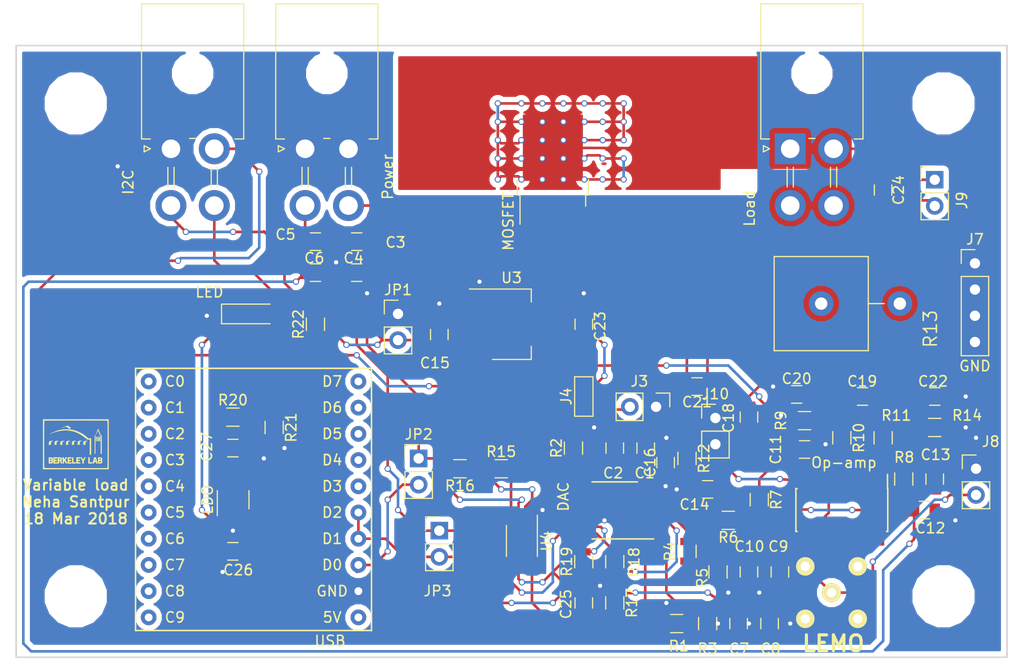
<source format=kicad_pcb>
(kicad_pcb (version 4) (host pcbnew 4.0.7-e2-6376~58~ubuntu16.04.1)
  (layers (0 F.Cu signal) (31 B.Cu signal) (34 B.Paste user) (35 F.Paste user) (36 B.SilkS user) (37 F.SilkS user) (38 B.Mask user) (39 F.Mask user) (44 Edge.Cuts user))
  (net 0 "")
  (net 1 /VCC_DAC)
  (net 2 GND)
  (net 3 /+Vcc)
  (net 4 /-Vcc)
  (net 5 "Net-(C9-Pad1)")
  (net 6 /V1)
  (net 7 "Net-(C13-Pad1)")
  (net 8 "Net-(C13-Pad2)")
  (net 9 "Net-(C14-Pad1)")
  (net 10 "Net-(C18-Pad1)")
  (net 11 "Net-(C19-Pad2)")
  (net 12 /3V3LDO)
  (net 13 "Net-(C24-Pad1)")
  (net 14 "Net-(C25-Pad2)")
  (net 15 /VREF)
  (net 16 "Net-(J3-Pad2)")
  (net 17 /SCL_LO)
  (net 18 /SDA_LO)
  (net 19 /SCL_HI)
  (net 20 /SDA_HI)
  (net 21 "Net-(R1-Pad1)")
  (net 22 "Net-(R2-Pad1)")
  (net 23 "Net-(R3-Pad1)")
  (net 24 "Net-(R4-Pad2)")
  (net 25 "Net-(R6-Pad1)")
  (net 26 "Net-(R10-Pad2)")
  (net 27 "Net-(R20-Pad2)")
  (net 28 "Net-(D1-Pad2)")
  (net 29 "Net-(U1-Pad5)")
  (net 30 "Net-(U1-Pad6)")
  (net 31 "Net-(U1-Pad7)")
  (net 32 "Net-(U1-Pad10)")
  (net 33 "Net-(U1-Pad11)")
  (net 34 "Net-(U1-Pad12)")
  (net 35 "Net-(U1-Pad13)")
  (net 36 "Net-(U2-Pad8)")
  (net 37 "Net-(U2-Pad9)")
  (net 38 "Net-(U2-Pad10)")
  (net 39 "Net-(U2-Pad12)")
  (net 40 "Net-(U2-Pad13)")
  (net 41 "Net-(U2-Pad14)")
  (net 42 "Net-(U5-Pad1)")
  (net 43 "Net-(U5-Pad6)")
  (net 44 "Net-(U5-Pad7)")
  (net 45 "Net-(U5-Pad8)")
  (net 46 "Net-(U5-Pad9)")
  (net 47 "Net-(U5-Pad10)")
  (net 48 "Net-(U5-Pad20)")
  (net 49 "Net-(U5-Pad19)")
  (net 50 "Net-(U5-Pad18)")
  (net 51 "Net-(U5-Pad17)")
  (net 52 "Net-(U5-Pad16)")
  (net 53 "Net-(U5-Pad15)")
  (net 54 "Net-(U5-Pad14)")
  (net 55 "Net-(U5-Pad13)")
  (net 56 "Net-(U5-Pad12)")
  (net 57 "Net-(U5-Pad11)")
  (net 58 "Net-(C3-Pad1)")
  (net 59 "Net-(C5-Pad2)")
  (net 60 "Net-(C16-Pad2)")
  (net 61 "Net-(J10-Pad2)")
  (module Mounting_Holes:MountingHole_5mm (layer F.Cu) (at 112.776 70.358)
    (fp_text reference REF** hide)
    (fp_text value MountingHole_5mm)
    (pad 1 np_thru_hole circle (at 0 0) (size 5 5) (drill 5) (layers *.Cu *.Mask))
  )
  (module Mounting_Holes:MountingHole_5mm (layer F.Cu) (at 112.776 22.606)
    (fp_text reference "" hide)
    (fp_text value MountingHole_5mm)
    (pad 1 np_thru_hole circle (at 0 0) (size 5 5) (drill 5) (layers *.Cu *.Mask))
  )
  (module Mounting_Holes:MountingHole_5mm (layer F.Cu) (at 196.85 70.358)
    (fp_text reference REF** hide)
    (fp_text value MountingHole_5mm)
    (pad 1 np_thru_hole circle (at 0 0) (size 5 5) (drill 5) (layers *.Cu *.Mask))
  )
  (module Capacitors_SMD:C_0805 (layer F.Cu) (at 168 56 90)
    (fp_text reference C1 (at -2.42 -0.106 180) (layer F.SilkS))
    (fp_text value C)
    (pad 1 smd rect (at -1 0 90) (size 1 1.25) (layers F.Cu F.Paste F.Mask) (net 1 /VCC_DAC))
    (pad 2 smd rect (at 1 0 90) (size 1 1.25) (layers F.Cu F.Paste F.Mask) (net 2 GND))
  )
  (module Capacitors_SMD:C_0805 (layer F.Cu) (at 165 56 90)
    (fp_text reference C2 (at -2.42 -0.154 180) (layer F.SilkS))
    (fp_text value C)
    (pad 1 smd rect (at -1 0 90) (size 1 1.25) (layers F.Cu F.Paste F.Mask) (net 1 /VCC_DAC))
    (pad 2 smd rect (at 1 0 90) (size 1 1.25) (layers F.Cu F.Paste F.Mask) (net 2 GND))
  )
  (module Capacitors_SMD:C_0805 (layer F.Cu) (at 140 36)
    (fp_text reference C3 (at 3.764 0.068) (layer F.SilkS))
    (fp_text value C)
    (pad 1 smd rect (at -1 0) (size 1 1.25) (layers F.Cu F.Paste F.Mask) (net 58 "Net-(C3-Pad1)"))
    (pad 2 smd rect (at 1 0) (size 1 1.25) (layers F.Cu F.Paste F.Mask) (net 3 /+Vcc))
  )
  (module Capacitors_SMD:C_0805 (layer F.Cu) (at 140 39)
    (fp_text reference C4 (at -0.3 -1.408) (layer F.SilkS))
    (fp_text value C)
    (pad 1 smd rect (at -1 0) (size 1 1.25) (layers F.Cu F.Paste F.Mask) (net 2 GND))
    (pad 2 smd rect (at 1 0) (size 1 1.25) (layers F.Cu F.Paste F.Mask) (net 3 /+Vcc))
  )
  (module Capacitors_SMD:C_0805 (layer F.Cu) (at 136 36)
    (fp_text reference C5 (at -2.904 -0.694) (layer F.SilkS))
    (fp_text value C)
    (pad 1 smd rect (at -1 0) (size 1 1.25) (layers F.Cu F.Paste F.Mask) (net 4 /-Vcc))
    (pad 2 smd rect (at 1 0) (size 1 1.25) (layers F.Cu F.Paste F.Mask) (net 59 "Net-(C5-Pad2)"))
  )
  (module Capacitors_SMD:C_0805 (layer F.Cu) (at 136 39)
    (fp_text reference C6 (at -0.11 -1.408 180) (layer F.SilkS))
    (fp_text value C)
    (pad 1 smd rect (at -1 0) (size 1 1.25) (layers F.Cu F.Paste F.Mask) (net 4 /-Vcc))
    (pad 2 smd rect (at 1 0) (size 1 1.25) (layers F.Cu F.Paste F.Mask) (net 2 GND))
  )
  (module Capacitors_SMD:C_0805 (layer F.Cu) (at 177 73 90)
    (fp_text reference C7 (at -2.438 0.038 180) (layer F.SilkS))
    (fp_text value C)
    (pad 1 smd rect (at -1 0 90) (size 1 1.25) (layers F.Cu F.Paste F.Mask) (net 2 GND))
    (pad 2 smd rect (at 1 0 90) (size 1 1.25) (layers F.Cu F.Paste F.Mask) (net 1 /VCC_DAC))
  )
  (module Capacitors_SMD:C_0805 (layer F.Cu) (at 180 73 90)
    (fp_text reference C8 (at -2.438 0.086 180) (layer F.SilkS))
    (fp_text value C)
    (pad 1 smd rect (at -1 0 90) (size 1 1.25) (layers F.Cu F.Paste F.Mask) (net 2 GND))
    (pad 2 smd rect (at 1 0 90) (size 1 1.25) (layers F.Cu F.Paste F.Mask) (net 1 /VCC_DAC))
  )
  (module Capacitors_SMD:C_0805 (layer F.Cu) (at 181 68 90)
    (fp_text reference C9 (at 2.468 -0.152 180) (layer F.SilkS))
    (fp_text value C)
    (pad 1 smd rect (at -1 0 90) (size 1 1.25) (layers F.Cu F.Paste F.Mask) (net 5 "Net-(C9-Pad1)"))
    (pad 2 smd rect (at 1 0 90) (size 1 1.25) (layers F.Cu F.Paste F.Mask) (net 6 /V1))
  )
  (module Capacitors_SMD:C_0805 (layer F.Cu) (at 178 68 270)
    (fp_text reference C10 (at -2.468 -0.054 360) (layer F.SilkS))
    (fp_text value C)
    (pad 1 smd rect (at -1 0 270) (size 1 1.25) (layers F.Cu F.Paste F.Mask) (net 6 /V1))
    (pad 2 smd rect (at 1 0 270) (size 1 1.25) (layers F.Cu F.Paste F.Mask) (net 2 GND))
  )
  (module Capacitors_SMD:C_0805 (layer F.Cu) (at 183.388 56.134)
    (fp_text reference C11 (at -2.794 0 90) (layer F.SilkS))
    (fp_text value C)
    (pad 1 smd rect (at -1 0) (size 1 1.25) (layers F.Cu F.Paste F.Mask) (net 3 /+Vcc))
    (pad 2 smd rect (at 1 0) (size 1 1.25) (layers F.Cu F.Paste F.Mask) (net 2 GND))
  )
  (module Capacitors_SMD:C_0805 (layer F.Cu) (at 195 62)
    (fp_text reference C12 (at 0.58 1.754) (layer F.SilkS))
    (fp_text value C)
    (pad 1 smd rect (at -1 0) (size 1 1.25) (layers F.Cu F.Paste F.Mask) (net 4 /-Vcc))
    (pad 2 smd rect (at 1 0) (size 1 1.25) (layers F.Cu F.Paste F.Mask) (net 2 GND))
  )
  (module Capacitors_SMD:C_0805 (layer F.Cu) (at 196 59 270)
    (fp_text reference C13 (at -2.358 -0.088 360) (layer F.SilkS))
    (fp_text value C)
    (pad 1 smd rect (at -1 0 270) (size 1 1.25) (layers F.Cu F.Paste F.Mask) (net 7 "Net-(C13-Pad1)"))
    (pad 2 smd rect (at 1 0 270) (size 1 1.25) (layers F.Cu F.Paste F.Mask) (net 8 "Net-(C13-Pad2)"))
  )
  (module Capacitors_SMD:C_0805 (layer F.Cu) (at 174 60 180)
    (fp_text reference C14 (at 1.28 -1.468 360) (layer F.SilkS))
    (fp_text value C)
    (pad 1 smd rect (at -1 0 180) (size 1 1.25) (layers F.Cu F.Paste F.Mask) (net 9 "Net-(C14-Pad1)"))
    (pad 2 smd rect (at 1 0 180) (size 1 1.25) (layers F.Cu F.Paste F.Mask) (net 2 GND))
  )
  (module Capacitors_SMD:C_0805 (layer F.Cu) (at 148 45 90)
    (fp_text reference C15 (at -2.752 -0.426 180) (layer F.SilkS))
    (fp_text value C)
    (pad 1 smd rect (at -1 0 90) (size 1 1.25) (layers F.Cu F.Paste F.Mask) (net 3 /+Vcc))
    (pad 2 smd rect (at 1 0 90) (size 1 1.25) (layers F.Cu F.Paste F.Mask) (net 2 GND))
  )
  (module Capacitors_SMD:C_0805 (layer F.Cu) (at 178 53 270)
    (fp_text reference C18 (at 0.086 1.978 270) (layer F.SilkS))
    (fp_text value C)
    (pad 1 smd rect (at -1 0 270) (size 1 1.25) (layers F.Cu F.Paste F.Mask) (net 10 "Net-(C18-Pad1)"))
    (pad 2 smd rect (at 1 0 270) (size 1 1.25) (layers F.Cu F.Paste F.Mask) (net 9 "Net-(C14-Pad1)"))
  )
  (module Capacitors_SMD:C_0805 (layer F.Cu) (at 189 51)
    (fp_text reference C19 (at -0.024 -1.47) (layer F.SilkS))
    (fp_text value C)
    (pad 1 smd rect (at -1 0) (size 1 1.25) (layers F.Cu F.Paste F.Mask) (net 10 "Net-(C18-Pad1)"))
    (pad 2 smd rect (at 1 0) (size 1 1.25) (layers F.Cu F.Paste F.Mask) (net 11 "Net-(C19-Pad2)"))
  )
  (module Capacitors_SMD:C_0805 (layer F.Cu) (at 182.626 50.8 180)
    (fp_text reference C20 (at 0 1.524 180) (layer F.SilkS))
    (fp_text value C)
    (pad 1 smd rect (at -1 0 180) (size 1 1.25) (layers F.Cu F.Paste F.Mask) (net 10 "Net-(C18-Pad1)"))
    (pad 2 smd rect (at 1 0 180) (size 1 1.25) (layers F.Cu F.Paste F.Mask) (net 2 GND))
  )
  (module Capacitors_SMD:C_0805 (layer F.Cu) (at 172.974 50.038 180)
    (fp_text reference C21 (at 0 -1.5 180) (layer F.SilkS))
    (fp_text value C)
    (pad 1 smd rect (at -1 0 180) (size 1 1.25) (layers F.Cu F.Paste F.Mask) (net 10 "Net-(C18-Pad1)"))
    (pad 2 smd rect (at 1 0 180) (size 1 1.25) (layers F.Cu F.Paste F.Mask) (net 60 "Net-(C16-Pad2)"))
  )
  (module Capacitors_SMD:C_0805 (layer F.Cu) (at 196 51)
    (fp_text reference C22 (at -0.166 -1.47) (layer F.SilkS))
    (fp_text value C)
    (pad 1 smd rect (at -1 0) (size 1 1.25) (layers F.Cu F.Paste F.Mask) (net 11 "Net-(C19-Pad2)"))
    (pad 2 smd rect (at 1 0) (size 1 1.25) (layers F.Cu F.Paste F.Mask) (net 2 GND))
  )
  (module Capacitors_SMD:C_0805 (layer F.Cu) (at 162 44 90)
    (fp_text reference C23 (at -0.196 1.576 90) (layer F.SilkS))
    (fp_text value C)
    (pad 1 smd rect (at -1 0 90) (size 1 1.25) (layers F.Cu F.Paste F.Mask) (net 12 /3V3LDO))
    (pad 2 smd rect (at 1 0 90) (size 1 1.25) (layers F.Cu F.Paste F.Mask) (net 2 GND))
  )
  (module Capacitors_SMD:C_0805 (layer F.Cu) (at 191 31 270)
    (fp_text reference C24 (at 0 -1.5 270) (layer F.SilkS))
    (fp_text value C)
    (pad 1 smd rect (at -1 0 270) (size 1 1.25) (layers F.Cu F.Paste F.Mask) (net 13 "Net-(C24-Pad1)"))
    (pad 2 smd rect (at 1 0 270) (size 1 1.25) (layers F.Cu F.Paste F.Mask) (net 11 "Net-(C19-Pad2)"))
  )
  (module Capacitors_SMD:C_0805 (layer F.Cu) (at 162 71 270)
    (fp_text reference C25 (at 0.12 1.726 270) (layer F.SilkS))
    (fp_text value C)
    (pad 1 smd rect (at -1 0 270) (size 1 1.25) (layers F.Cu F.Paste F.Mask) (net 2 GND))
    (pad 2 smd rect (at 1 0 270) (size 1 1.25) (layers F.Cu F.Paste F.Mask) (net 14 "Net-(C25-Pad2)"))
  )
  (module Capacitors_SMD:C_0805 (layer F.Cu) (at 128 66 180)
    (fp_text reference C26 (at -0.524 -1.818 180) (layer F.SilkS))
    (fp_text value 1uF)
    (pad 1 smd rect (at -1 0 180) (size 1 1.25) (layers F.Cu F.Paste F.Mask) (net 3 /+Vcc))
    (pad 2 smd rect (at 1 0 180) (size 1 1.25) (layers F.Cu F.Paste F.Mask) (net 2 GND))
  )
  (module Capacitors_SMD:C_0805 (layer F.Cu) (at 128 56)
    (fp_text reference C27 (at -2.524 -0.12 90) (layer F.SilkS))
    (fp_text value 1uF)
    (pad 1 smd rect (at -1 0) (size 1 1.25) (layers F.Cu F.Paste F.Mask) (net 15 /VREF))
    (pad 2 smd rect (at 1 0) (size 1 1.25) (layers F.Cu F.Paste F.Mask) (net 2 GND))
  )
  (module Connectors_Molex:Molex_MiniFit-JR-5569-04A2_2x02x4.20mm_Angled (layer F.Cu) (at 135 27)
    (fp_text reference Power (at 8.002 2.718 90) (layer F.SilkS))
    (fp_text value Conn_01x04 hide)
    (pad 1 thru_hole rect (at 0 0) (size 3 3) (drill 1.8) (layers *.Cu *.Mask) (net 2 GND))
    (pad 2 thru_hole circle (at 4.2 0) (size 3 3) (drill 1.8) (layers *.Cu *.Mask) (net 2 GND))
    (pad 3 thru_hole circle (at 0 5.5) (size 3 3) (drill 1.8) (layers *.Cu *.Mask) (net 4 /-Vcc))
    (pad 4 thru_hole circle (at 4.2 5.5) (size 3 3) (drill 1.8) (layers *.Cu *.Mask) (net 3 /+Vcc))
    (pad "" np_thru_hole circle (at 2.1 -7.3) (size 3 3) (drill 3) (layers *.Cu *.Mask))
  )
  (module variable_load:lemo_epb00250ntn (layer F.Cu) (at 186 70 270)
    (fp_text reference LEMO (at 4.93 -0.182 360) (layer F.SilkS) (effects (font (thickness 0.3048))))
    (fp_text value LEMO)
    (pad 1 thru_hole circle (at 0 0 270) (size 1.79832 1.79832) (drill 0.89916) (layers *.Cu *.Mask F.SilkS) (net 5 "Net-(C9-Pad1)"))
    (pad 2 thru_hole circle (at 2.54 -2.54 270) (size 1.79578 1.79578) (drill 0.89916) (layers *.Cu *.Mask F.SilkS) (net 2 GND))
    (pad 2 thru_hole circle (at -2.54 -2.54 270) (size 1.79578 1.79578) (drill 0.89916) (layers *.Cu *.Mask F.SilkS) (net 2 GND))
    (pad 2 thru_hole circle (at -2.54 2.54 270) (size 1.79578 1.79578) (drill 0.89916) (layers *.Cu *.Mask F.SilkS) (net 2 GND))
    (pad 2 thru_hole circle (at 2.54 2.54 270) (size 1.79578 1.79578) (drill 0.89916) (layers *.Cu *.Mask F.SilkS) (net 2 GND))
  )
  (module Pin_Headers:Pin_Header_Straight_1x02_Pitch2.54mm (layer F.Cu) (at 169 52 270)
    (fp_text reference J3 (at -2.47 1.614 360) (layer F.SilkS))
    (fp_text value Conn_01x02)
    (pad 1 thru_hole rect (at 0 0 270) (size 1.7 1.7) (drill 1) (layers *.Cu *.Mask) (net 2 GND))
    (pad 2 thru_hole oval (at 0 2.54 270) (size 1.7 1.7) (drill 1) (layers *.Cu *.Mask) (net 16 "Net-(J3-Pad2)"))
  )
  (module Connectors:GS3 (layer F.Cu) (at 162 51)
    (fp_text reference J4 (at -1.7 0 90) (layer F.SilkS))
    (fp_text value GS3)
    (pad 1 smd rect (at 0 -1.27) (size 1.27 0.97) (layers F.Cu F.Paste F.Mask) (net 12 /3V3LDO))
    (pad 2 smd rect (at 0 0) (size 1.27 0.97) (layers F.Cu F.Paste F.Mask) (net 1 /VCC_DAC))
    (pad 3 smd rect (at 0 1.27) (size 1.27 0.97) (layers F.Cu F.Paste F.Mask) (net 16 "Net-(J3-Pad2)"))
  )
  (module Connectors_Molex:Molex_MiniFit-JR-5569-04A2_2x02x4.20mm_Angled (layer F.Cu) (at 182 27)
    (fp_text reference Load (at -3.946 5.766 90) (layer F.SilkS))
    (fp_text value Conn_01x04)
    (pad 1 thru_hole rect (at 0 0) (size 3 3) (drill 1.8) (layers *.Cu *.Mask) (net 13 "Net-(C24-Pad1)"))
    (pad 2 thru_hole circle (at 4.2 0) (size 3 3) (drill 1.8) (layers *.Cu *.Mask) (net 13 "Net-(C24-Pad1)"))
    (pad 3 thru_hole circle (at 0 5.5) (size 3 3) (drill 1.8) (layers *.Cu *.Mask) (net 11 "Net-(C19-Pad2)"))
    (pad 4 thru_hole circle (at 4.2 5.5) (size 3 3) (drill 1.8) (layers *.Cu *.Mask) (net 11 "Net-(C19-Pad2)"))
    (pad "" np_thru_hole circle (at 2.1 -7.3) (size 3 3) (drill 3) (layers *.Cu *.Mask))
  )
  (module Connectors_Molex:Molex_MiniFit-JR-5569-04A2_2x02x4.20mm_Angled (layer F.Cu) (at 122 27)
    (fp_text reference I2C (at -4.144 3.226 90) (layer F.SilkS))
    (fp_text value Conn_01x04 hide)
    (pad 1 thru_hole rect (at 0 0) (size 3 3) (drill 1.8) (layers *.Cu *.Mask) (net 2 GND))
    (pad 2 thru_hole circle (at 4.2 0) (size 3 3) (drill 1.8) (layers *.Cu *.Mask) (net 15 /VREF))
    (pad 3 thru_hole circle (at 0 5.5) (size 3 3) (drill 1.8) (layers *.Cu *.Mask) (net 17 /SCL_LO))
    (pad 4 thru_hole circle (at 4.2 5.5) (size 3 3) (drill 1.8) (layers *.Cu *.Mask) (net 18 /SDA_LO))
    (pad "" np_thru_hole circle (at 2.1 -7.3) (size 3 3) (drill 3) (layers *.Cu *.Mask))
  )
  (module TO_SOT_Packages_SMD:TO-252-2 (layer F.Cu) (at 159 29 90)
    (fp_text reference MOSFET (at -5.036 -4.314 90) (layer F.SilkS))
    (fp_text value NTD4858N)
    (pad 1 smd rect (at -4.2 -2.28 90) (size 2.2 1.2) (layers F.Cu F.Paste F.Mask) (net 60 "Net-(C16-Pad2)"))
    (pad 3 smd rect (at -4.2 2.28 90) (size 2.2 1.2) (layers F.Cu F.Paste F.Mask) (net 10 "Net-(C18-Pad1)"))
    (pad 2 smd rect (at 2.1 0 90) (size 6.4 5.8) (layers F.Cu F.Mask) (net 13 "Net-(C24-Pad1)"))
    (pad 2 smd rect (at 3.775 1.525 90) (size 3.05 2.75) (layers F.Cu F.Paste) (net 13 "Net-(C24-Pad1)"))
    (pad 2 smd rect (at 0.425 -1.525 90) (size 3.05 2.75) (layers F.Cu F.Paste) (net 13 "Net-(C24-Pad1)"))
    (pad 2 smd rect (at 3.775 -1.525 90) (size 3.05 2.75) (layers F.Cu F.Paste) (net 13 "Net-(C24-Pad1)"))
    (pad 2 smd rect (at 0.425 1.525 90) (size 3.05 2.75) (layers F.Cu F.Paste) (net 13 "Net-(C24-Pad1)"))
  )
  (module Resistors_SMD:R_0805 (layer F.Cu) (at 171 73)
    (fp_text reference R1 (at 0.196 2.184) (layer F.SilkS))
    (fp_text value R)
    (pad 1 smd rect (at -0.95 0) (size 0.7 1.3) (layers F.Cu F.Paste F.Mask) (net 21 "Net-(R1-Pad1)"))
    (pad 2 smd rect (at 0.95 0) (size 0.7 1.3) (layers F.Cu F.Paste F.Mask) (net 2 GND))
  )
  (module Resistors_SMD:R_0805 (layer F.Cu) (at 161 56 90)
    (fp_text reference R2 (at 0 -1.65 90) (layer F.SilkS))
    (fp_text value R)
    (pad 1 smd rect (at -0.95 0 90) (size 0.7 1.3) (layers F.Cu F.Paste F.Mask) (net 22 "Net-(R2-Pad1)"))
    (pad 2 smd rect (at 0.95 0 90) (size 0.7 1.3) (layers F.Cu F.Paste F.Mask) (net 1 /VCC_DAC))
  )
  (module Resistors_SMD:R_0805 (layer F.Cu) (at 174 73 270)
    (fp_text reference R3 (at 2.438 0.01 360) (layer F.SilkS))
    (fp_text value R)
    (pad 1 smd rect (at -0.95 0 270) (size 0.7 1.3) (layers F.Cu F.Paste F.Mask) (net 23 "Net-(R3-Pad1)"))
    (pad 2 smd rect (at 0.95 0 270) (size 0.7 1.3) (layers F.Cu F.Paste F.Mask) (net 2 GND))
  )
  (module Resistors_SMD:R_0805 (layer F.Cu) (at 172 66 90)
    (fp_text reference R4 (at 0 -1.65 90) (layer F.SilkS))
    (fp_text value R)
    (pad 1 smd rect (at -0.95 0 90) (size 0.7 1.3) (layers F.Cu F.Paste F.Mask) (net 6 /V1))
    (pad 2 smd rect (at 0.95 0 90) (size 0.7 1.3) (layers F.Cu F.Paste F.Mask) (net 24 "Net-(R4-Pad2)"))
  )
  (module Resistors_SMD:R_0805 (layer F.Cu) (at 175 68 270)
    (fp_text reference R5 (at 0.58 1.518 270) (layer F.SilkS))
    (fp_text value R)
    (pad 1 smd rect (at -0.95 0 270) (size 0.7 1.3) (layers F.Cu F.Paste F.Mask) (net 6 /V1))
    (pad 2 smd rect (at 0.95 0 270) (size 0.7 1.3) (layers F.Cu F.Paste F.Mask) (net 2 GND))
  )
  (module Resistors_SMD:R_0805 (layer F.Cu) (at 176 63 180)
    (fp_text reference R6 (at 0 -1.65 180) (layer F.SilkS))
    (fp_text value R)
    (pad 1 smd rect (at -0.95 0 180) (size 0.7 1.3) (layers F.Cu F.Paste F.Mask) (net 25 "Net-(R6-Pad1)"))
    (pad 2 smd rect (at 0.95 0 180) (size 0.7 1.3) (layers F.Cu F.Paste F.Mask) (net 6 /V1))
  )
  (module Resistors_SMD:R_0805 (layer F.Cu) (at 179 61 270)
    (fp_text reference R7 (at 0 -1.65 270) (layer F.SilkS))
    (fp_text value R)
    (pad 1 smd rect (at -0.95 0 270) (size 0.7 1.3) (layers F.Cu F.Paste F.Mask) (net 9 "Net-(C14-Pad1)"))
    (pad 2 smd rect (at 0.95 0 270) (size 0.7 1.3) (layers F.Cu F.Paste F.Mask) (net 8 "Net-(C13-Pad2)"))
  )
  (module Resistors_SMD:R_0805 (layer F.Cu) (at 193 59 270)
    (fp_text reference R8 (at -2.104 -0.04 360) (layer F.SilkS))
    (fp_text value 100k)
    (pad 1 smd rect (at -0.95 0 270) (size 0.7 1.3) (layers F.Cu F.Paste F.Mask) (net 7 "Net-(C13-Pad1)"))
    (pad 2 smd rect (at 0.95 0 270) (size 0.7 1.3) (layers F.Cu F.Paste F.Mask) (net 8 "Net-(C13-Pad2)"))
  )
  (module Resistors_SMD:R_0805 (layer F.Cu) (at 183.388 53.34)
    (fp_text reference R9 (at -2.286 0 90) (layer F.SilkS))
    (fp_text value 100k)
    (pad 1 smd rect (at -0.95 0) (size 0.7 1.3) (layers F.Cu F.Paste F.Mask) (net 2 GND))
    (pad 2 smd rect (at 0.95 0) (size 0.7 1.3) (layers F.Cu F.Paste F.Mask) (net 26 "Net-(R10-Pad2)"))
  )
  (module Resistors_SMD:R_0805 (layer F.Cu) (at 187 55 270)
    (fp_text reference R10 (at 0 -1.65 270) (layer F.SilkS))
    (fp_text value 100k)
    (pad 1 smd rect (at -0.95 0 270) (size 0.7 1.3) (layers F.Cu F.Paste F.Mask) (net 10 "Net-(C18-Pad1)"))
    (pad 2 smd rect (at 0.95 0 270) (size 0.7 1.3) (layers F.Cu F.Paste F.Mask) (net 26 "Net-(R10-Pad2)"))
  )
  (module Resistors_SMD:R_0805 (layer F.Cu) (at 191 55 270)
    (fp_text reference R11 (at -2.168 -1.278 360) (layer F.SilkS))
    (fp_text value 100k)
    (pad 1 smd rect (at -0.95 0 270) (size 0.7 1.3) (layers F.Cu F.Paste F.Mask) (net 11 "Net-(C19-Pad2)"))
    (pad 2 smd rect (at 0.95 0 270) (size 0.7 1.3) (layers F.Cu F.Paste F.Mask) (net 7 "Net-(C13-Pad1)"))
  )
  (module Resistors_SMD:R_0805 (layer F.Cu) (at 172 57 270)
    (fp_text reference R12 (at 0 -1.65 270) (layer F.SilkS))
    (fp_text value R)
    (pad 1 smd rect (at -0.95 0 270) (size 0.7 1.3) (layers F.Cu F.Paste F.Mask) (net 60 "Net-(C16-Pad2)"))
    (pad 2 smd rect (at 0.95 0 270) (size 0.7 1.3) (layers F.Cu F.Paste F.Mask) (net 61 "Net-(J10-Pad2)"))
  )
  (module Resistors_THT:R_Axial_Power_L25.0mm_W9.0mm_P7.62mm_Vertical (layer F.Cu) (at 185 42)
    (fp_text reference R13 (at 10.58 2.45 270) (layer F.SilkS) (effects (font (size 1.27 1.27))))
    (fp_text value R)
    (pad 1 thru_hole circle (at 0 0) (size 2.4 2.4) (drill 1.2) (layers *.Cu *.Mask) (net 10 "Net-(C18-Pad1)"))
    (pad 2 thru_hole oval (at 7.62 0) (size 2.4 2.4) (drill 1.2) (layers *.Cu *.Mask) (net 11 "Net-(C19-Pad2)"))
  )
  (module Resistors_SMD:R_0805 (layer F.Cu) (at 196 54)
    (fp_text reference R14 (at 3.136 -1.168) (layer F.SilkS))
    (fp_text value R)
    (pad 1 smd rect (at -0.95 0) (size 0.7 1.3) (layers F.Cu F.Paste F.Mask) (net 11 "Net-(C19-Pad2)"))
    (pad 2 smd rect (at 0.95 0) (size 0.7 1.3) (layers F.Cu F.Paste F.Mask) (net 2 GND))
  )
  (module Resistors_SMD:R_0805 (layer F.Cu) (at 154 58)
    (fp_text reference R15 (at 0 -1.65) (layer F.SilkS))
    (fp_text value R)
    (pad 1 smd rect (at -0.95 0) (size 0.7 1.3) (layers F.Cu F.Paste F.Mask) (net 15 /VREF))
    (pad 2 smd rect (at 0.95 0) (size 0.7 1.3) (layers F.Cu F.Paste F.Mask) (net 18 /SDA_LO))
  )
  (module Resistors_SMD:R_0805 (layer F.Cu) (at 150 58 180)
    (fp_text reference R16 (at 0 -1.65 180) (layer F.SilkS))
    (fp_text value R)
    (pad 1 smd rect (at -0.95 0 180) (size 0.7 1.3) (layers F.Cu F.Paste F.Mask) (net 15 /VREF))
    (pad 2 smd rect (at 0.95 0 180) (size 0.7 1.3) (layers F.Cu F.Paste F.Mask) (net 17 /SCL_LO))
  )
  (module Resistors_SMD:R_0805 (layer F.Cu) (at 165 71 270)
    (fp_text reference R17 (at 0 -1.65 270) (layer F.SilkS))
    (fp_text value 200k)
    (pad 1 smd rect (at -0.95 0 270) (size 0.7 1.3) (layers F.Cu F.Paste F.Mask) (net 1 /VCC_DAC))
    (pad 2 smd rect (at 0.95 0 270) (size 0.7 1.3) (layers F.Cu F.Paste F.Mask) (net 14 "Net-(C25-Pad2)"))
  )
  (module Resistors_SMD:R_0805 (layer F.Cu) (at 165 67 90)
    (fp_text reference R18 (at -0.056 1.878 90) (layer F.SilkS))
    (fp_text value R)
    (pad 1 smd rect (at -0.95 0 90) (size 0.7 1.3) (layers F.Cu F.Paste F.Mask) (net 1 /VCC_DAC))
    (pad 2 smd rect (at 0.95 0 90) (size 0.7 1.3) (layers F.Cu F.Paste F.Mask) (net 19 /SCL_HI))
  )
  (module Resistors_SMD:R_0805 (layer F.Cu) (at 162 67 90)
    (fp_text reference R19 (at 0 -1.65 90) (layer F.SilkS))
    (fp_text value R)
    (pad 1 smd rect (at -0.95 0 90) (size 0.7 1.3) (layers F.Cu F.Paste F.Mask) (net 1 /VCC_DAC))
    (pad 2 smd rect (at 0.95 0 90) (size 0.7 1.3) (layers F.Cu F.Paste F.Mask) (net 20 /SDA_HI))
  )
  (module Resistors_SMD:R_0805 (layer F.Cu) (at 128 53)
    (fp_text reference R20 (at 0 -1.65) (layer F.SilkS))
    (fp_text value R)
    (pad 1 smd rect (at -0.95 0) (size 0.7 1.3) (layers F.Cu F.Paste F.Mask) (net 15 /VREF))
    (pad 2 smd rect (at 0.95 0) (size 0.7 1.3) (layers F.Cu F.Paste F.Mask) (net 27 "Net-(R20-Pad2)"))
  )
  (module Resistors_SMD:R_0805 (layer F.Cu) (at 132 54 270)
    (fp_text reference R21 (at 0 -1.65 270) (layer F.SilkS))
    (fp_text value R)
    (pad 1 smd rect (at -0.95 0 270) (size 0.7 1.3) (layers F.Cu F.Paste F.Mask) (net 27 "Net-(R20-Pad2)"))
    (pad 2 smd rect (at 0.95 0 270) (size 0.7 1.3) (layers F.Cu F.Paste F.Mask) (net 2 GND))
  )
  (module Housings_SSOP:TSSOP-16_4.4x5mm_Pitch0.65mm (layer F.Cu) (at 165 62 180)
    (fp_text reference DAC (at 4.98 1.294 270) (layer F.SilkS))
    (fp_text value DAC5578)
    (pad 1 smd rect (at -2.95 -2.275 180) (size 1.5 0.45) (layers F.Cu F.Paste F.Mask) (net 21 "Net-(R1-Pad1)"))
    (pad 2 smd rect (at -2.95 -1.625 180) (size 1.5 0.45) (layers F.Cu F.Paste F.Mask) (net 23 "Net-(R3-Pad1)"))
    (pad 3 smd rect (at -2.95 -0.975 180) (size 1.5 0.45) (layers F.Cu F.Paste F.Mask) (net 1 /VCC_DAC))
    (pad 4 smd rect (at -2.95 -0.325 180) (size 1.5 0.45) (layers F.Cu F.Paste F.Mask) (net 24 "Net-(R4-Pad2)"))
    (pad 5 smd rect (at -2.95 0.325 180) (size 1.5 0.45) (layers F.Cu F.Paste F.Mask) (net 29 "Net-(U1-Pad5)"))
    (pad 6 smd rect (at -2.95 0.975 180) (size 1.5 0.45) (layers F.Cu F.Paste F.Mask) (net 30 "Net-(U1-Pad6)"))
    (pad 7 smd rect (at -2.95 1.625 180) (size 1.5 0.45) (layers F.Cu F.Paste F.Mask) (net 31 "Net-(U1-Pad7)"))
    (pad 8 smd rect (at -2.95 2.275 180) (size 1.5 0.45) (layers F.Cu F.Paste F.Mask) (net 1 /VCC_DAC))
    (pad 9 smd rect (at 2.95 2.275 180) (size 1.5 0.45) (layers F.Cu F.Paste F.Mask) (net 22 "Net-(R2-Pad1)"))
    (pad 10 smd rect (at 2.95 1.625 180) (size 1.5 0.45) (layers F.Cu F.Paste F.Mask) (net 32 "Net-(U1-Pad10)"))
    (pad 11 smd rect (at 2.95 0.975 180) (size 1.5 0.45) (layers F.Cu F.Paste F.Mask) (net 33 "Net-(U1-Pad11)"))
    (pad 12 smd rect (at 2.95 0.325 180) (size 1.5 0.45) (layers F.Cu F.Paste F.Mask) (net 34 "Net-(U1-Pad12)"))
    (pad 13 smd rect (at 2.95 -0.325 180) (size 1.5 0.45) (layers F.Cu F.Paste F.Mask) (net 35 "Net-(U1-Pad13)"))
    (pad 14 smd rect (at 2.95 -0.975 180) (size 1.5 0.45) (layers F.Cu F.Paste F.Mask) (net 2 GND))
    (pad 15 smd rect (at 2.95 -1.625 180) (size 1.5 0.45) (layers F.Cu F.Paste F.Mask) (net 20 /SDA_HI))
    (pad 16 smd rect (at 2.95 -2.275 180) (size 1.5 0.45) (layers F.Cu F.Paste F.Mask) (net 19 /SCL_HI))
  )
  (module Housings_SOIC:SOIC-14_3.9x8.7mm_Pitch1.27mm (layer F.Cu) (at 187 62 270)
    (fp_text reference Op-amp (at -4.596 -0.198 360) (layer F.SilkS))
    (fp_text value LM324)
    (pad 1 smd rect (at -2.7 -3.81 270) (size 1.5 0.6) (layers F.Cu F.Paste F.Mask) (net 8 "Net-(C13-Pad2)"))
    (pad 2 smd rect (at -2.7 -2.54 270) (size 1.5 0.6) (layers F.Cu F.Paste F.Mask) (net 7 "Net-(C13-Pad1)"))
    (pad 3 smd rect (at -2.7 -1.27 270) (size 1.5 0.6) (layers F.Cu F.Paste F.Mask) (net 26 "Net-(R10-Pad2)"))
    (pad 4 smd rect (at -2.7 0 270) (size 1.5 0.6) (layers F.Cu F.Paste F.Mask) (net 3 /+Vcc))
    (pad 5 smd rect (at -2.7 1.27 270) (size 1.5 0.6) (layers F.Cu F.Paste F.Mask) (net 25 "Net-(R6-Pad1)"))
    (pad 6 smd rect (at -2.7 2.54 270) (size 1.5 0.6) (layers F.Cu F.Paste F.Mask) (net 9 "Net-(C14-Pad1)"))
    (pad 7 smd rect (at -2.7 3.81 270) (size 1.5 0.6) (layers F.Cu F.Paste F.Mask) (net 61 "Net-(J10-Pad2)"))
    (pad 8 smd rect (at 2.7 3.81 270) (size 1.5 0.6) (layers F.Cu F.Paste F.Mask) (net 36 "Net-(U2-Pad8)"))
    (pad 9 smd rect (at 2.7 2.54 270) (size 1.5 0.6) (layers F.Cu F.Paste F.Mask) (net 37 "Net-(U2-Pad9)"))
    (pad 10 smd rect (at 2.7 1.27 270) (size 1.5 0.6) (layers F.Cu F.Paste F.Mask) (net 38 "Net-(U2-Pad10)"))
    (pad 11 smd rect (at 2.7 0 270) (size 1.5 0.6) (layers F.Cu F.Paste F.Mask) (net 4 /-Vcc))
    (pad 12 smd rect (at 2.7 -1.27 270) (size 1.5 0.6) (layers F.Cu F.Paste F.Mask) (net 39 "Net-(U2-Pad12)"))
    (pad 13 smd rect (at 2.7 -2.54 270) (size 1.5 0.6) (layers F.Cu F.Paste F.Mask) (net 40 "Net-(U2-Pad13)"))
    (pad 14 smd rect (at 2.7 -3.81 270) (size 1.5 0.6) (layers F.Cu F.Paste F.Mask) (net 41 "Net-(U2-Pad14)"))
  )
  (module TO_SOT_Packages_SMD:SOT-223-3_TabPin2 (layer F.Cu) (at 155 44)
    (fp_text reference U3 (at 0 -4.5) (layer F.SilkS))
    (fp_text value TLV1117-33)
    (pad 2 smd rect (at 3.15 0) (size 2 3.8) (layers F.Cu F.Paste F.Mask) (net 12 /3V3LDO))
    (pad 2 smd rect (at -3.15 0) (size 2 1.5) (layers F.Cu F.Paste F.Mask) (net 12 /3V3LDO))
    (pad 3 smd rect (at -3.15 2.3) (size 2 1.5) (layers F.Cu F.Paste F.Mask) (net 3 /+Vcc))
    (pad 1 smd rect (at -3.15 -2.3) (size 2 1.5) (layers F.Cu F.Paste F.Mask) (net 2 GND))
  )
  (module Housings_SSOP:SSOP-8_2.95x2.8mm_Pitch0.65mm (layer F.Cu) (at 156 65 270)
    (fp_text reference U4 (at 0 -2.4 270) (layer F.SilkS))
    (fp_text value PCA9306)
    (pad 1 smd rect (at -1.7 -0.975 180) (size 0.3 1.6) (layers F.Cu F.Paste F.Mask) (net 2 GND))
    (pad 2 smd rect (at -1.7 -0.325 180) (size 0.3 1.6) (layers F.Cu F.Paste F.Mask) (net 15 /VREF))
    (pad 3 smd rect (at -1.7 0.325 180) (size 0.3 1.6) (layers F.Cu F.Paste F.Mask) (net 17 /SCL_LO))
    (pad 4 smd rect (at -1.7 0.975 180) (size 0.3 1.6) (layers F.Cu F.Paste F.Mask) (net 18 /SDA_LO))
    (pad 5 smd rect (at 1.7 0.975 180) (size 0.3 1.6) (layers F.Cu F.Paste F.Mask) (net 20 /SDA_HI))
    (pad 6 smd rect (at 1.7 0.325 180) (size 0.3 1.6) (layers F.Cu F.Paste F.Mask) (net 19 /SCL_HI))
    (pad 7 smd rect (at 1.7 -0.325 180) (size 0.3 1.6) (layers F.Cu F.Paste F.Mask) (net 14 "Net-(C25-Pad2)"))
    (pad 8 smd rect (at 1.7 -0.975 180) (size 0.3 1.6) (layers F.Cu F.Paste F.Mask) (net 14 "Net-(C25-Pad2)"))
  )
  (module kk_adafruit:adafruit_ft232h_nohole (layer F.Cu) (at 130 47 180)
    (fp_text reference USB (at -7.414 -27.676 180) (layer F.SilkS))
    (fp_text value adafruit_ft232h)
    (fp_text user C2 (at 7.62 -7.62 180) (layer F.SilkS))
    (fp_text user C1 (at 7.62 -5.08 180) (layer F.SilkS))
    (fp_text user C0 (at 7.62 -2.54 180) (layer F.SilkS))
    (fp_text user C3 (at 7.62 -10.16 180) (layer F.SilkS))
    (fp_text user C4 (at 7.62 -12.7 180) (layer F.SilkS))
    (fp_text user C5 (at 7.62 -15.24 180) (layer F.SilkS))
    (fp_text user C6 (at 7.62 -17.78 180) (layer F.SilkS))
    (fp_text user C7 (at 7.62 -20.32 180) (layer F.SilkS))
    (fp_text user C8 (at 7.62 -22.86 180) (layer F.SilkS))
    (fp_text user C9 (at 7.62 -25.4 180) (layer F.SilkS))
    (fp_text user D7 (at -7.62 -2.54 180) (layer F.SilkS))
    (fp_text user D6 (at -7.62 -5.08 180) (layer F.SilkS))
    (fp_text user D5 (at -7.62 -7.62 180) (layer F.SilkS))
    (fp_text user D4 (at -7.62 -10.16 180) (layer F.SilkS))
    (fp_text user D3 (at -7.62 -12.7 180) (layer F.SilkS))
    (fp_text user D2 (at -7.62 -15.24 180) (layer F.SilkS))
    (fp_text user D1 (at -7.62 -17.78 180) (layer F.SilkS))
    (fp_text user D0 (at -7.62 -20.32 180) (layer F.SilkS))
    (fp_text user GND (at -7.62 -22.86 180) (layer F.SilkS))
    (fp_text user 5V (at -7.62 -25.4 180) (layer F.SilkS))
    (pad 1 thru_hole circle (at -10.16 -25.4 180) (size 1.524 1.524) (drill 0.762) (layers *.Cu *.Mask) (net 42 "Net-(U5-Pad1)"))
    (pad 2 thru_hole circle (at -10.16 -22.86 180) (size 1.524 1.524) (drill 0.762) (layers *.Cu *.Mask) (net 2 GND))
    (pad 3 thru_hole circle (at -10.16 -20.32 180) (size 1.524 1.524) (drill 0.762) (layers *.Cu *.Mask) (net 19 /SCL_HI))
    (pad 4 thru_hole circle (at -10.16 -17.78 180) (size 1.524 1.524) (drill 0.762) (layers *.Cu *.Mask) (net 20 /SDA_HI))
    (pad 5 thru_hole circle (at -10.16 -15.24 180) (size 1.524 1.524) (drill 0.762) (layers *.Cu *.Mask) (net 20 /SDA_HI))
    (pad 6 thru_hole circle (at -10.16 -12.7 180) (size 1.524 1.524) (drill 0.762) (layers *.Cu *.Mask) (net 43 "Net-(U5-Pad6)"))
    (pad 7 thru_hole circle (at -10.16 -10.16 180) (size 1.524 1.524) (drill 0.762) (layers *.Cu *.Mask) (net 44 "Net-(U5-Pad7)"))
    (pad 8 thru_hole circle (at -10.16 -7.62 180) (size 1.524 1.524) (drill 0.762) (layers *.Cu *.Mask) (net 45 "Net-(U5-Pad8)"))
    (pad 9 thru_hole circle (at -10.16 -5.08 180) (size 1.524 1.524) (drill 0.762) (layers *.Cu *.Mask) (net 46 "Net-(U5-Pad9)"))
    (pad 10 thru_hole circle (at -10.16 -2.54 180) (size 1.524 1.524) (drill 0.762) (layers *.Cu *.Mask) (net 47 "Net-(U5-Pad10)"))
    (pad 20 thru_hole circle (at 10.16 -25.4 180) (size 1.524 1.524) (drill 0.762) (layers *.Cu *.Mask) (net 48 "Net-(U5-Pad20)"))
    (pad 19 thru_hole circle (at 10.16 -22.86 180) (size 1.524 1.524) (drill 0.762) (layers *.Cu *.Mask) (net 49 "Net-(U5-Pad19)"))
    (pad 18 thru_hole circle (at 10.16 -20.32 180) (size 1.524 1.524) (drill 0.762) (layers *.Cu *.Mask) (net 50 "Net-(U5-Pad18)"))
    (pad 17 thru_hole circle (at 10.16 -17.78 180) (size 1.524 1.524) (drill 0.762) (layers *.Cu *.Mask) (net 51 "Net-(U5-Pad17)"))
    (pad 16 thru_hole circle (at 10.16 -15.24 180) (size 1.524 1.524) (drill 0.762) (layers *.Cu *.Mask) (net 52 "Net-(U5-Pad16)"))
    (pad 15 thru_hole circle (at 10.16 -12.7 180) (size 1.524 1.524) (drill 0.762) (layers *.Cu *.Mask) (net 53 "Net-(U5-Pad15)"))
    (pad 14 thru_hole circle (at 10.16 -10.16 180) (size 1.524 1.524) (drill 0.762) (layers *.Cu *.Mask) (net 54 "Net-(U5-Pad14)"))
    (pad 13 thru_hole circle (at 10.16 -7.62 180) (size 1.524 1.524) (drill 0.762) (layers *.Cu *.Mask) (net 55 "Net-(U5-Pad13)"))
    (pad 12 thru_hole circle (at 10.16 -5.08 180) (size 1.524 1.524) (drill 0.762) (layers *.Cu *.Mask) (net 56 "Net-(U5-Pad12)"))
    (pad 11 thru_hole circle (at 10.16 -2.54 180) (size 1.524 1.524) (drill 0.762) (layers *.Cu *.Mask) (net 57 "Net-(U5-Pad11)"))
  )
  (module TO_SOT_Packages_SMD:TSOT-23-5_HandSoldering (layer F.Cu) (at 128 61 90)
    (fp_text reference LDO (at 0 -2.45 90) (layer F.SilkS))
    (fp_text value APD123)
    (pad 1 smd rect (at -1.71 -0.95 90) (size 2 0.65) (layers F.Cu F.Paste F.Mask) (net 3 /+Vcc))
    (pad 2 smd rect (at -1.71 0 90) (size 2 0.65) (layers F.Cu F.Paste F.Mask) (net 2 GND))
    (pad 3 smd rect (at -1.71 0.95 90) (size 2 0.65) (layers F.Cu F.Paste F.Mask) (net 3 /+Vcc))
    (pad 4 smd rect (at 1.71 0.95 90) (size 2 0.65) (layers F.Cu F.Paste F.Mask) (net 27 "Net-(R20-Pad2)"))
    (pad 5 smd rect (at 1.71 -0.95 90) (size 2 0.65) (layers F.Cu F.Paste F.Mask) (net 15 /VREF))
  )
  (module Pin_Headers:Pin_Header_Straight_1x02_Pitch2.54mm (layer F.Cu) (at 144 43)
    (fp_text reference JP1 (at 0 -2.33) (layer F.SilkS))
    (fp_text value Jumper_NO_Small)
    (pad 1 thru_hole rect (at 0 0) (size 1.7 1.7) (drill 1) (layers *.Cu *.Mask) (net 2 GND))
    (pad 2 thru_hole oval (at 0 2.54) (size 1.7 1.7) (drill 1) (layers *.Cu *.Mask) (net 3 /+Vcc))
  )
  (module Pin_Headers:Pin_Header_Straight_1x02_Pitch2.54mm (layer F.Cu) (at 146 57)
    (fp_text reference JP2 (at 0 -2.33) (layer F.SilkS))
    (fp_text value Jumper_NO_Small)
    (pad 1 thru_hole rect (at 0 0) (size 1.7 1.7) (drill 1) (layers *.Cu *.Mask) (net 17 /SCL_LO))
    (pad 2 thru_hole oval (at 0 2.54) (size 1.7 1.7) (drill 1) (layers *.Cu *.Mask) (net 19 /SCL_HI))
  )
  (module Pin_Headers:Pin_Header_Straight_1x02_Pitch2.54mm (layer F.Cu) (at 148 64)
    (fp_text reference JP3 (at -0.172 5.85) (layer F.SilkS))
    (fp_text value Jumper_NO_Small)
    (pad 1 thru_hole rect (at 0 0) (size 1.7 1.7) (drill 1) (layers *.Cu *.Mask) (net 18 /SDA_LO))
    (pad 2 thru_hole oval (at 0 2.54) (size 1.7 1.7) (drill 1) (layers *.Cu *.Mask) (net 20 /SDA_HI))
  )
  (module Pin_Headers:Pin_Header_Straight_1x04_Pitch2.54mm (layer F.Cu) (at 199.898 38.1)
    (fp_text reference J7 (at 0 -2.33) (layer F.SilkS))
    (fp_text value GND (at 0 9.95) (layer F.SilkS))
    (pad 1 thru_hole rect (at 0 0) (size 1.7 1.7) (drill 1) (layers *.Cu *.Mask) (net 2 GND))
    (pad 2 thru_hole oval (at 0 2.54) (size 1.7 1.7) (drill 1) (layers *.Cu *.Mask) (net 2 GND))
    (pad 3 thru_hole oval (at 0 5.08) (size 1.7 1.7) (drill 1) (layers *.Cu *.Mask) (net 2 GND))
    (pad 4 thru_hole oval (at 0 7.62) (size 1.7 1.7) (drill 1) (layers *.Cu *.Mask) (net 2 GND))
  )
  (module LEDs:LED_1206_HandSoldering (layer F.Cu) (at 130 43)
    (fp_text reference LED (at -4.27 -2.106) (layer F.SilkS))
    (fp_text value LED)
    (pad 1 smd rect (at -2 0) (size 2 1.7) (layers F.Cu F.Paste F.Mask) (net 2 GND))
    (pad 2 smd rect (at 2 0) (size 2 1.7) (layers F.Cu F.Paste F.Mask) (net 28 "Net-(D1-Pad2)"))
  )
  (module Pin_Headers:Pin_Header_Straight_1x02_Pitch2.54mm (layer F.Cu) (at 200 58)
    (fp_text reference J8 (at 1.422 -2.628) (layer F.SilkS))
    (fp_text value Conn_01x02)
    (pad 1 thru_hole rect (at 0 0) (size 1.7 1.7) (drill 1) (layers *.Cu *.Mask) (net 2 GND))
    (pad 2 thru_hole oval (at 0 2.54) (size 1.7 1.7) (drill 1) (layers *.Cu *.Mask) (net 5 "Net-(C9-Pad1)"))
  )
  (module Resistors_SMD:R_0805 (layer F.Cu) (at 136 44 90)
    (fp_text reference R22 (at 0 -1.65 90) (layer F.SilkS))
    (fp_text value R)
    (pad 1 smd rect (at -0.95 0 90) (size 0.7 1.3) (layers F.Cu F.Paste F.Mask) (net 3 /+Vcc))
    (pad 2 smd rect (at 0.95 0 90) (size 0.7 1.3) (layers F.Cu F.Paste F.Mask) (net 28 "Net-(D1-Pad2)"))
  )
  (module Pin_Headers:Pin_Header_Straight_1x02_Pitch2.54mm (layer F.Cu) (at 196 30)
    (fp_text reference J9 (at 2.628 2.004 90) (layer F.SilkS))
    (fp_text value Conn_01x02)
    (pad 1 thru_hole rect (at 0 0) (size 1.7 1.7) (drill 1) (layers *.Cu *.Mask) (net 13 "Net-(C24-Pad1)"))
    (pad 2 thru_hole oval (at 0 2.54) (size 1.7 1.7) (drill 1) (layers *.Cu *.Mask) (net 11 "Net-(C19-Pad2)"))
  )
  (module Mounting_Holes:MountingHole_5mm (layer F.Cu) (at 196.85 22.606)
    (fp_text reference "" (at 0 -6) (layer F.SilkS))
    (fp_text value MountingHole_5mm)
    (pad 1 np_thru_hole circle (at 0 0) (size 5 5) (drill 5) (layers *.Cu *.Mask))
  )
  (module lbnl_logo:lbnl_logo_small (layer F.Cu) (at 112.776 55.626)
    (fp_text reference G*** hide)
    (fp_text value LOGO hide)
  )
  (module Capacitors_SMD:C_0805 (layer F.Cu) (at 169.926 57.404 90)
    (fp_text reference C16 (at 0 -1.5 90) (layer F.SilkS))
    (fp_text value C)
    (pad 1 smd rect (at -1 0 90) (size 1 1.25) (layers F.Cu F.Paste F.Mask) (net 2 GND))
    (pad 2 smd rect (at 1 0 90) (size 1 1.25) (layers F.Cu F.Paste F.Mask) (net 60 "Net-(C16-Pad2)"))
  )
  (module Pin_Headers:Pin_Header_Straight_1x02_Pitch2.54mm (layer F.Cu) (at 174.752 53.086)
    (fp_text reference J10 (at 0 -2.33) (layer F.SilkS))
    (fp_text value Conn_01x02)
    (pad 1 thru_hole rect (at 0 0) (size 1.7 1.7) (drill 1) (layers *.Cu *.Mask) (net 2 GND))
    (pad 2 thru_hole oval (at 0 2.54) (size 1.7 1.7) (drill 1) (layers *.Cu *.Mask) (net 61 "Net-(J10-Pad2)"))
  )
  (gr_text "Variable load\nNeha Santpur\n18 Mar 2018\n" (at 112.776 61.214) (layer F.SilkS) (effects (font (size 1.016 1.016) (thickness 0.1905))))
  (gr_line (start 203 76.27) (end 106.999989 76.27) (angle 90) (layer Edge.Cuts) (width 0.15))
  (gr_line (start 203 16.999991) (end 203 76.2) (angle 90) (layer Edge.Cuts) (width 0.15))
  (gr_line (start 106.999989 17) (end 203 17) (angle 90) (layer Edge.Cuts) (width 0.15))
  (gr_line (start 107 16.999991) (end 107 76.2) (angle 90) (layer Edge.Cuts) (width 0.15))
  (segment (start 163.83 29.972) (end 162.281001 29.972) (width 0.254) (layer F.Cu) (net 0))
  (segment (start 163.83 29.972) (end 165.862 29.972) (width 0.254) (layer F.Cu) (net 0))
  (segment (start 163.83 27.94) (end 165.862 27.94) (width 0.254) (layer F.Cu) (net 0))
  (segment (start 163.83 26.162) (end 165.862 26.162) (width 0.254) (layer F.Cu) (net 0))
  (segment (start 163.83 24.384) (end 165.862 24.384) (width 0.254) (layer F.Cu) (net 0))
  (segment (start 153.67 29.972) (end 153.974799 29.667201) (width 0.254) (layer F.Cu) (net 0))
  (segment (start 153.974799 29.667201) (end 155.651201 29.667201) (width 0.254) (layer F.Cu) (net 0))
  (segment (start 155.651201 29.667201) (end 155.718999 29.734999) (width 0.254) (layer F.Cu) (net 0))
  (segment (start 153.67 26.162) (end 153.974799 26.466799) (width 0.254) (layer F.Cu) (net 0))
  (segment (start 153.974799 26.466799) (end 155.651201 26.466799) (width 0.254) (layer F.Cu) (net 0))
  (segment (start 155.651201 26.466799) (end 155.718999 26.399001) (width 0.254) (layer F.Cu) (net 0))
  (segment (start 153.67 27.94) (end 155.718999 27.94) (width 0.254) (layer F.Cu) (net 0))
  (segment (start 163.83 27.94) (end 163.525201 27.635201) (width 0.254) (layer F.Cu) (net 0))
  (segment (start 163.525201 27.635201) (end 162.356799 27.635201) (width 0.254) (layer F.Cu) (net 0))
  (segment (start 162.356799 27.635201) (end 162.281001 27.710999) (width 0.254) (layer F.Cu) (net 0))
  (segment (start 163.83 26.162) (end 162.281001 26.162) (width 0.254) (layer F.Cu) (net 0))
  (segment (start 163.83 24.384) (end 162.281001 24.384) (width 0.254) (layer F.Cu) (net 0))
  (segment (start 153.67 24.384) (end 155.718999 24.384) (width 0.254) (layer F.Cu) (net 0))
  (segment (start 165.862 29.972) (end 165.862 27.94) (width 0.254) (layer B.Cu) (net 0))
  (via (at 165.862 29.972) (size 0.6096) (drill 0.4064) (layers F.Cu B.Cu) (net 0))
  (via (at 165.862 27.94) (size 0.6096) (drill 0.4064) (layers F.Cu B.Cu) (net 0))
  (segment (start 165.862 26.162) (end 165.862 24.384) (width 0.254) (layer F.Cu) (net 0))
  (via (at 165.862 26.162) (size 0.6096) (drill 0.4064) (layers F.Cu B.Cu) (net 0))
  (segment (start 153.67 24.384) (end 153.67 26.162) (width 0.254) (layer F.Cu) (net 0))
  (segment (start 153.67 27.94) (end 153.67 29.972) (width 0.254) (layer F.Cu) (net 0))
  (via (at 153.67 27.94) (size 0.6096) (drill 0.4064) (layers F.Cu B.Cu) (net 0))
  (via (at 153.67 29.972) (size 0.6096) (drill 0.4064) (layers F.Cu B.Cu) (net 0))
  (via (at 153.67 26.162) (size 0.6096) (drill 0.4064) (layers F.Cu B.Cu) (net 0))
  (segment (start 153.67 26.162) (end 153.67 27.94) (width 0.254) (layer F.Cu) (net 0))
  (segment (start 157.988 22.606) (end 160.02 22.606) (width 0.254) (layer F.Cu) (net 0))
  (via (at 157.988 22.606) (size 0.6096) (drill 0.4064) (layers F.Cu B.Cu) (net 0))
  (segment (start 162.052 22.606) (end 163.83 22.606) (width 0.254) (layer F.Cu) (net 0))
  (via (at 162.052 22.606) (size 0.6096) (drill 0.4064) (layers F.Cu B.Cu) (net 0))
  (via (at 165.862 22.606) (size 0.6096) (drill 0.4064) (layers F.Cu B.Cu) (net 0))
  (via (at 163.83 22.606) (size 0.6096) (drill 0.4064) (layers F.Cu B.Cu) (net 0))
  (segment (start 163.83 22.606) (end 165.862 22.606) (width 0.254) (layer F.Cu) (net 0))
  (via (at 160.02 22.606) (size 0.6096) (drill 0.4064) (layers F.Cu B.Cu) (net 0))
  (segment (start 160.02 22.606) (end 162.052 22.606) (width 0.254) (layer F.Cu) (net 0))
  (segment (start 153.67 24.384) (end 153.67 22.606) (width 0.254) (layer B.Cu) (net 0))
  (segment (start 153.67 22.606) (end 155.956 22.606) (width 0.254) (layer F.Cu) (net 0))
  (via (at 153.67 22.606) (size 0.6096) (drill 0.4064) (layers F.Cu B.Cu) (net 0))
  (via (at 155.956 22.606) (size 0.6096) (drill 0.4064) (layers F.Cu B.Cu) (net 0))
  (via (at 153.67 24.384) (size 0.6096) (drill 0.4064) (layers F.Cu B.Cu) (net 0))
  (segment (start 157.988 22.606) (end 155.956 22.606) (width 0.254) (layer F.Cu) (net 0))
  (via (at 165.862 24.384) (size 0.6096) (drill 0.4064) (layers F.Cu B.Cu) (net 0))
  (segment (start 165.862 24.384) (end 165.862 22.606) (width 0.254) (layer F.Cu) (net 0))
  (via (at 162.052 29.972) (size 0.6096) (drill 0.4064) (layers F.Cu B.Cu) (net 0))
  (via (at 162.052 27.94) (size 0.6096) (drill 0.4064) (layers F.Cu B.Cu) (net 0))
  (via (at 163.83 26.162) (size 0.6096) (drill 0.4064) (layers F.Cu B.Cu) (net 0))
  (via (at 162.052 26.162) (size 0.6096) (drill 0.4064) (layers F.Cu B.Cu) (net 0))
  (via (at 155.956 29.972) (size 0.6096) (drill 0.4064) (layers F.Cu B.Cu) (net 0))
  (via (at 155.956 27.94) (size 0.6096) (drill 0.4064) (layers F.Cu B.Cu) (net 0))
  (via (at 155.956 26.162) (size 0.6096) (drill 0.4064) (layers F.Cu B.Cu) (net 0))
  (via (at 155.956 24.384) (size 0.6096) (drill 0.4064) (layers F.Cu B.Cu) (net 0))
  (via (at 163.83 29.972) (size 0.6096) (drill 0.4064) (layers F.Cu B.Cu) (net 0))
  (via (at 163.83 24.384) (size 0.6096) (drill 0.4064) (layers F.Cu B.Cu) (net 0))
  (via (at 162.052 24.384) (size 0.6096) (drill 0.4064) (layers F.Cu B.Cu) (net 0))
  (segment (start 164.084 28.448) (end 163.83 28.448) (width 0.254) (layer F.Cu) (net 0))
  (via (at 163.83 27.94) (size 0.6096) (drill 0.4064) (layers F.Cu B.Cu) (net 0))
  (segment (start 162 51) (end 161 51) (width 0.254) (layer F.Cu) (net 1))
  (segment (start 160 54.05) (end 161 55.05) (width 0.254) (layer F.Cu) (net 1))
  (segment (start 160 52) (end 160 54.05) (width 0.254) (layer F.Cu) (net 1))
  (segment (start 161 51) (end 160 52) (width 0.254) (layer F.Cu) (net 1))
  (segment (start 167.95 62.975) (end 169.975 62.975) (width 0.254) (layer F.Cu) (net 1))
  (segment (start 166.95 67.95) (end 165 67.95) (width 0.254) (layer F.Cu) (net 1))
  (segment (start 167 68) (end 166.95 67.95) (width 0.254) (layer F.Cu) (net 1))
  (via (at 167 68) (size 0.6096) (drill 0.4064) (layers F.Cu B.Cu) (net 1))
  (segment (start 170 68) (end 167 68) (width 0.254) (layer B.Cu) (net 1))
  (segment (start 171 67) (end 170 68) (width 0.254) (layer B.Cu) (net 1))
  (segment (start 171 64) (end 171 67) (width 0.254) (layer B.Cu) (net 1))
  (via (at 171 64) (size 0.6096) (drill 0.4064) (layers F.Cu B.Cu) (net 1))
  (segment (start 169.975 62.975) (end 171 64) (width 0.254) (layer F.Cu) (net 1))
  (segment (start 167.95 59.725) (end 166.843 59.725) (width 0.254) (layer F.Cu) (net 1))
  (segment (start 166.607 62.975) (end 167.95 62.975) (width 0.254) (layer F.Cu) (net 1))
  (segment (start 166.116 62.484) (end 166.607 62.975) (width 0.254) (layer F.Cu) (net 1))
  (segment (start 166.116 60.452) (end 166.116 62.484) (width 0.254) (layer F.Cu) (net 1))
  (segment (start 166.843 59.725) (end 166.116 60.452) (width 0.254) (layer F.Cu) (net 1))
  (segment (start 165 70.05) (end 166.95 70.05) (width 0.254) (layer F.Cu) (net 1))
  (segment (start 174 70) (end 177 72) (width 0.254) (layer F.Cu) (net 1))
  (via (at 174 70) (size 0.6096) (drill 0.4064) (layers F.Cu B.Cu) (net 1))
  (segment (start 167 70) (end 174 70) (width 0.254) (layer B.Cu) (net 1))
  (via (at 167 70) (size 0.6096) (drill 0.4064) (layers F.Cu B.Cu) (net 1))
  (segment (start 166.95 70.05) (end 167 70) (width 0.254) (layer F.Cu) (net 1))
  (segment (start 165 67.95) (end 162 67.95) (width 0.254) (layer F.Cu) (net 1))
  (segment (start 165 70.05) (end 165 67.95) (width 0.254) (layer F.Cu) (net 1))
  (segment (start 161 55.05) (end 161.95 55.05) (width 0.254) (layer F.Cu) (net 1))
  (segment (start 164 57) (end 165 57) (width 0.254) (layer F.Cu) (net 1))
  (segment (start 163 56) (end 164 57) (width 0.254) (layer F.Cu) (net 1))
  (segment (start 162.9 56) (end 163 56) (width 0.254) (layer F.Cu) (net 1))
  (segment (start 161.95 55.05) (end 162.9 56) (width 0.254) (layer F.Cu) (net 1))
  (segment (start 165 57) (end 168 57) (width 0.254) (layer F.Cu) (net 1))
  (segment (start 168 57) (end 168 59.675) (width 0.254) (layer F.Cu) (net 1))
  (segment (start 168 59.675) (end 167.95 59.725) (width 0.254) (layer F.Cu) (net 1))
  (segment (start 180 72) (end 177 72) (width 0.254) (layer F.Cu) (net 1))
  (segment (start 168 59.675) (end 167.95 59.725) (width 0.254) (layer F.Cu) (net 1))
  (segment (start 169.926 58.404) (end 169.926 59.69) (width 0.254) (layer F.Cu) (net 2))
  (via (at 169.926 59.69) (size 0.6096) (drill 0.4064) (layers F.Cu B.Cu) (net 2))
  (segment (start 162 70) (end 162.918 70) (width 0.254) (layer F.Cu) (net 2))
  (via (at 163.576 69.342) (size 0.6096) (drill 0.4064) (layers F.Cu B.Cu) (net 2))
  (segment (start 162.918 70) (end 163.576 69.342) (width 0.254) (layer F.Cu) (net 2))
  (segment (start 151.85 41.7) (end 151.85 39.92) (width 0.254) (layer F.Cu) (net 2))
  (via (at 151.892 39.878) (size 0.6096) (drill 0.4064) (layers F.Cu B.Cu) (net 2))
  (segment (start 151.85 39.92) (end 151.892 39.878) (width 0.254) (layer F.Cu) (net 2))
  (segment (start 122 27) (end 118.542 27) (width 0.254) (layer F.Cu) (net 2))
  (via (at 116.84 28.702) (size 0.6096) (drill 0.4064) (layers F.Cu B.Cu) (net 2))
  (segment (start 118.542 27) (end 116.84 28.702) (width 0.254) (layer F.Cu) (net 2))
  (segment (start 184.388 56.134) (end 184.912 56.134) (width 0.254) (layer F.Cu) (net 2))
  (via (at 185.42 55.626) (size 0.6096) (drill 0.4064) (layers F.Cu B.Cu) (net 2))
  (segment (start 184.912 56.134) (end 185.42 55.626) (width 0.254) (layer F.Cu) (net 2))
  (segment (start 182.438 53.34) (end 181.61 53.34) (width 0.254) (layer F.Cu) (net 2))
  (via (at 181.102 52.832) (size 0.6096) (drill 0.4064) (layers F.Cu B.Cu) (net 2))
  (segment (start 181.61 53.34) (end 181.102 52.832) (width 0.254) (layer F.Cu) (net 2))
  (segment (start 181.626 50.8) (end 181.102 50.8) (width 0.254) (layer F.Cu) (net 2))
  (via (at 180.34 50.038) (size 0.6096) (drill 0.4064) (layers F.Cu B.Cu) (net 2))
  (segment (start 181.102 50.8) (end 180.34 50.038) (width 0.254) (layer F.Cu) (net 2))
  (segment (start 128 43) (end 125.656 43) (width 0.254) (layer F.Cu) (net 2))
  (via (at 125.476 43.18) (size 0.6096) (drill 0.4064) (layers F.Cu B.Cu) (net 2))
  (segment (start 125.656 43) (end 125.476 43.18) (width 0.254) (layer F.Cu) (net 2))
  (segment (start 196 62) (end 197 62) (width 0.254) (layer F.Cu) (net 2))
  (via (at 198 63) (size 0.6096) (drill 0.4064) (layers F.Cu B.Cu) (net 2))
  (segment (start 197 62) (end 198 63) (width 0.254) (layer F.Cu) (net 2))
  (segment (start 174 73.95) (end 174.05 73.95) (width 0.254) (layer F.Cu) (net 2))
  (segment (start 174.05 73.95) (end 175 73) (width 0.254) (layer F.Cu) (net 2))
  (via (at 175 73) (size 0.6096) (drill 0.4064) (layers F.Cu B.Cu) (net 2))
  (segment (start 178 69) (end 179 70) (width 0.254) (layer F.Cu) (net 2))
  (via (at 179 70) (size 0.6096) (drill 0.4064) (layers F.Cu B.Cu) (net 2))
  (segment (start 175 68.95) (end 175 69) (width 0.254) (layer F.Cu) (net 2))
  (segment (start 175 69) (end 176 70) (width 0.254) (layer F.Cu) (net 2))
  (via (at 176 70) (size 0.6096) (drill 0.4064) (layers F.Cu B.Cu) (net 2))
  (segment (start 177 74) (end 178 73) (width 0.254) (layer F.Cu) (net 2))
  (via (at 178 73) (size 0.6096) (drill 0.4064) (layers F.Cu B.Cu) (net 2))
  (segment (start 171.95 73) (end 171.95 72.95) (width 0.254) (layer F.Cu) (net 2))
  (segment (start 171.95 72.95) (end 170 71) (width 0.254) (layer F.Cu) (net 2))
  (via (at 170 71) (size 0.6096) (drill 0.4064) (layers F.Cu B.Cu) (net 2))
  (segment (start 180 74) (end 181 74) (width 0.254) (layer F.Cu) (net 2))
  (via (at 182 73) (size 0.6096) (drill 0.4064) (layers F.Cu B.Cu) (net 2))
  (segment (start 181 74) (end 182 73) (width 0.254) (layer F.Cu) (net 2))
  (segment (start 182.438 53.34) (end 182.438 53.39) (width 0.254) (layer F.Cu) (net 2))
  (segment (start 173 60) (end 171 60) (width 0.254) (layer F.Cu) (net 2))
  (via (at 171 60) (size 0.6096) (drill 0.4064) (layers F.Cu B.Cu) (net 2))
  (segment (start 168 55) (end 170 55) (width 0.254) (layer F.Cu) (net 2))
  (via (at 170 55) (size 0.6096) (drill 0.4064) (layers F.Cu B.Cu) (net 2))
  (segment (start 128 62.71) (end 128 64) (width 0.254) (layer F.Cu) (net 2))
  (via (at 128 64) (size 0.6096) (drill 0.4064) (layers F.Cu B.Cu) (net 2))
  (segment (start 139 39) (end 141 41) (width 0.254) (layer F.Cu) (net 2))
  (via (at 141 41) (size 0.6096) (drill 0.4064) (layers F.Cu B.Cu) (net 2))
  (segment (start 137 39) (end 138 38) (width 0.254) (layer F.Cu) (net 2))
  (via (at 138 38) (size 0.6096) (drill 0.4064) (layers F.Cu B.Cu) (net 2))
  (segment (start 132 54.95) (end 132 55) (width 0.254) (layer F.Cu) (net 2))
  (segment (start 132 55) (end 133 56) (width 0.254) (layer F.Cu) (net 2))
  (via (at 133 56) (size 0.6096) (drill 0.4064) (layers F.Cu B.Cu) (net 2))
  (segment (start 129 56) (end 130 57) (width 0.254) (layer F.Cu) (net 2))
  (via (at 131 57) (size 0.6096) (drill 0.4064) (layers F.Cu B.Cu) (net 2))
  (segment (start 130 57) (end 131 57) (width 0.254) (layer F.Cu) (net 2))
  (segment (start 127 66) (end 127 68) (width 0.254) (layer F.Cu) (net 2))
  (via (at 127 68) (size 0.6096) (drill 0.4064) (layers F.Cu B.Cu) (net 2))
  (segment (start 196.95 54) (end 199 54) (width 0.254) (layer F.Cu) (net 2))
  (via (at 199 54) (size 0.6096) (drill 0.4064) (layers F.Cu B.Cu) (net 2))
  (segment (start 197 51) (end 199 51) (width 0.254) (layer F.Cu) (net 2))
  (via (at 199 51) (size 0.6096) (drill 0.4064) (layers F.Cu B.Cu) (net 2))
  (segment (start 200 58) (end 200 55) (width 0.254) (layer F.Cu) (net 2))
  (via (at 200 55) (size 0.6096) (drill 0.4064) (layers F.Cu B.Cu) (net 2))
  (segment (start 156.975 63.3) (end 156.975 63.025) (width 0.254) (layer F.Cu) (net 2))
  (segment (start 156.975 63.025) (end 158 62) (width 0.254) (layer F.Cu) (net 2))
  (via (at 158 62) (size 0.6096) (drill 0.4064) (layers F.Cu B.Cu) (net 2))
  (segment (start 162.05 62.975) (end 163.975 62.975) (width 0.254) (layer F.Cu) (net 2))
  (via (at 164 63) (size 0.6096) (drill 0.4064) (layers F.Cu B.Cu) (net 2))
  (segment (start 163.975 62.975) (end 164 63) (width 0.254) (layer F.Cu) (net 2))
  (segment (start 165 55) (end 164 55) (width 0.254) (layer F.Cu) (net 2))
  (via (at 163 54) (size 0.6096) (drill 0.4064) (layers F.Cu B.Cu) (net 2))
  (segment (start 164 55) (end 163 54) (width 0.254) (layer F.Cu) (net 2))
  (segment (start 162 43) (end 162 41) (width 0.254) (layer F.Cu) (net 2))
  (via (at 162 41) (size 0.6096) (drill 0.4064) (layers F.Cu B.Cu) (net 2))
  (segment (start 148 44) (end 148 42) (width 0.254) (layer F.Cu) (net 2))
  (via (at 148 42) (size 0.6096) (drill 0.4064) (layers F.Cu B.Cu) (net 2))
  (segment (start 196.95 51.05) (end 197 51) (width 0.254) (layer F.Cu) (net 2))
  (segment (start 197 54.05) (end 196.95 54) (width 0.254) (layer F.Cu) (net 2))
  (segment (start 144 43.54) (end 144.54 43.54) (width 0.254) (layer F.Cu) (net 2))
  (segment (start 144.54 43.54) (end 144 43) (width 0.254) (layer F.Cu) (net 2))
  (segment (start 127.05 62.71) (end 127.05 61.418) (width 0.254) (layer F.Cu) (net 3))
  (segment (start 128.95 61.386) (end 128.95 62.71) (width 0.254) (layer F.Cu) (net 3))
  (segment (start 128.778 61.214) (end 128.95 61.386) (width 0.254) (layer F.Cu) (net 3))
  (segment (start 127.254 61.214) (end 128.778 61.214) (width 0.254) (layer F.Cu) (net 3))
  (segment (start 127.05 61.418) (end 127.254 61.214) (width 0.254) (layer F.Cu) (net 3))
  (segment (start 127.05 62.71) (end 127.05 64.058) (width 0.254) (layer F.Cu) (net 3))
  (segment (start 127.77 64.77) (end 129 66) (width 0.254) (layer F.Cu) (net 3))
  (segment (start 127.762 64.77) (end 127.77 64.77) (width 0.254) (layer F.Cu) (net 3))
  (segment (start 127.05 64.058) (end 127.762 64.77) (width 0.254) (layer F.Cu) (net 3))
  (segment (start 182.388 56.134) (end 182.388 56.404) (width 0.254) (layer F.Cu) (net 3))
  (segment (start 182.388 56.404) (end 183.388 57.404) (width 0.254) (layer F.Cu) (net 3))
  (segment (start 187 57.968) (end 187 59.3) (width 0.254) (layer F.Cu) (net 3))
  (segment (start 186.436 57.404) (end 187 57.968) (width 0.254) (layer F.Cu) (net 3))
  (segment (start 183.388 57.404) (end 186.436 57.404) (width 0.254) (layer F.Cu) (net 3))
  (segment (start 179 51) (end 179 51.238) (width 0.254) (layer F.Cu) (net 3))
  (via (at 179 51) (size 0.6096) (drill 0.4064) (layers F.Cu B.Cu) (net 3))
  (segment (start 179 51) (end 176 48) (width 0.254) (layer B.Cu) (net 3))
  (segment (start 176 48) (end 170 48) (width 0.254) (layer B.Cu) (net 3))
  (via (at 170 48) (size 0.6096) (drill 0.4064) (layers F.Cu B.Cu) (net 3))
  (segment (start 170 48) (end 155 48) (width 0.254) (layer F.Cu) (net 3))
  (segment (start 155 48) (end 153.3 46.3) (width 0.254) (layer F.Cu) (net 3))
  (segment (start 151.85 46.3) (end 153.3 46.3) (width 0.254) (layer F.Cu) (net 3))
  (segment (start 180.848 56.134) (end 182.388 56.134) (width 0.254) (layer F.Cu) (net 3))
  (segment (start 180.086 55.372) (end 180.848 56.134) (width 0.254) (layer F.Cu) (net 3))
  (segment (start 180.086 52.324) (end 180.086 55.372) (width 0.254) (layer F.Cu) (net 3))
  (segment (start 179 51.238) (end 180.086 52.324) (width 0.254) (layer F.Cu) (net 3))
  (segment (start 142.54 45.54) (end 142.46 45.54) (width 0.254) (layer F.Cu) (net 3))
  (segment (start 137.95 44.95) (end 136 44.95) (width 0.254) (layer F.Cu) (net 3))
  (segment (start 139 46) (end 137.95 44.95) (width 0.254) (layer F.Cu) (net 3))
  (via (at 139 46) (size 0.6096) (drill 0.4064) (layers F.Cu B.Cu) (net 3))
  (segment (start 142 46) (end 139 46) (width 0.254) (layer B.Cu) (net 3))
  (via (at 142 46) (size 0.6096) (drill 0.4064) (layers F.Cu B.Cu) (net 3))
  (segment (start 142.46 45.54) (end 142 46) (width 0.254) (layer F.Cu) (net 3))
  (segment (start 136 44.95) (end 136 45) (width 0.254) (layer F.Cu) (net 3))
  (segment (start 144 45.54) (end 147.54 45.54) (width 0.254) (layer F.Cu) (net 3))
  (segment (start 147.54 45.54) (end 148 46) (width 0.254) (layer F.Cu) (net 3))
  (segment (start 141 39) (end 142 40) (width 0.254) (layer F.Cu) (net 3))
  (segment (start 142 40) (end 142 45) (width 0.254) (layer F.Cu) (net 3))
  (segment (start 142 45) (end 142.54 45.54) (width 0.254) (layer F.Cu) (net 3))
  (segment (start 142.54 45.54) (end 144 45.54) (width 0.254) (layer F.Cu) (net 3))
  (segment (start 136 44.95) (end 126.05 44.95) (width 0.254) (layer F.Cu) (net 3))
  (segment (start 126 63) (end 126.76 63) (width 0.254) (layer F.Cu) (net 3))
  (segment (start 125 62) (end 126 63) (width 0.254) (layer F.Cu) (net 3))
  (via (at 125 62) (size 0.6096) (drill 0.4064) (layers F.Cu B.Cu) (net 3))
  (segment (start 125 46) (end 125 62) (width 0.254) (layer B.Cu) (net 3))
  (via (at 125 46) (size 0.6096) (drill 0.4064) (layers F.Cu B.Cu) (net 3))
  (segment (start 126.05 44.95) (end 125 46) (width 0.254) (layer F.Cu) (net 3))
  (segment (start 126.76 63) (end 127.05 62.71) (width 0.254) (layer F.Cu) (net 3))
  (segment (start 141 36) (end 141 39) (width 0.254) (layer F.Cu) (net 3))
  (segment (start 139.2 32.5) (end 142.5 32.5) (width 0.254) (layer F.Cu) (net 3))
  (segment (start 142 36) (end 141 36) (width 0.254) (layer F.Cu) (net 3))
  (segment (start 143 35) (end 142 36) (width 0.254) (layer F.Cu) (net 3))
  (segment (start 143 33) (end 143 35) (width 0.254) (layer F.Cu) (net 3))
  (segment (start 142.5 32.5) (end 143 33) (width 0.254) (layer F.Cu) (net 3))
  (segment (start 151.85 46.85) (end 151.85 46.3) (width 0.254) (layer F.Cu) (net 3))
  (segment (start 148 46) (end 151.55 46) (width 0.254) (layer F.Cu) (net 3))
  (segment (start 151.55 46) (end 151.85 46.3) (width 0.254) (layer F.Cu) (net 3))
  (segment (start 141.5 36.5) (end 141 36) (width 0.254) (layer F.Cu) (net 3))
  (segment (start 129 62.76) (end 128.95 62.71) (width 0.254) (layer F.Cu) (net 3))
  (segment (start 129 63) (end 128.95 62.71) (width 0.254) (layer F.Cu) (net 3))
  (segment (start 179.324 75.692) (end 189.992 75.692) (width 0.254) (layer B.Cu) (net 4))
  (via (at 134.112 39.878) (size 0.6096) (drill 0.4064) (layers F.Cu B.Cu) (net 4))
  (segment (start 134.112 39.878) (end 108.204 39.878) (width 0.254) (layer B.Cu) (net 4))
  (segment (start 108.204 39.878) (end 107.696 40.386) (width 0.254) (layer B.Cu) (net 4))
  (segment (start 107.696 40.386) (end 107.696 74.93) (width 0.254) (layer B.Cu) (net 4))
  (segment (start 107.696 74.93) (end 108.458 75.692) (width 0.254) (layer B.Cu) (net 4))
  (segment (start 108.458 75.692) (end 179.324 75.692) (width 0.254) (layer B.Cu) (net 4))
  (segment (start 134.99 39) (end 134.112 39.878) (width 0.254) (layer F.Cu) (net 4))
  (segment (start 194 64.826) (end 194 62) (width 0.254) (layer F.Cu) (net 4))
  (segment (start 193.548 65.278) (end 194 64.826) (width 0.254) (layer F.Cu) (net 4))
  (via (at 193.548 65.278) (size 0.6096) (drill 0.4064) (layers F.Cu B.Cu) (net 4))
  (segment (start 191.008 67.818) (end 193.548 65.278) (width 0.254) (layer B.Cu) (net 4))
  (segment (start 191.008 74.676) (end 191.008 67.818) (width 0.254) (layer B.Cu) (net 4))
  (segment (start 189.992 75.692) (end 191.008 74.676) (width 0.254) (layer B.Cu) (net 4))
  (segment (start 135 39) (end 134.99 39) (width 0.254) (layer F.Cu) (net 4))
  (segment (start 187 64.7) (end 187 64) (width 0.254) (layer F.Cu) (net 4))
  (segment (start 187 64) (end 188 63) (width 0.254) (layer F.Cu) (net 4))
  (segment (start 193 63) (end 194 62) (width 0.254) (layer F.Cu) (net 4))
  (segment (start 188 63) (end 193 63) (width 0.254) (layer F.Cu) (net 4))
  (segment (start 135 32.5) (end 135 36) (width 0.254) (layer F.Cu) (net 4))
  (segment (start 135 36) (end 135 39) (width 0.254) (layer F.Cu) (net 4))
  (segment (start 186 70) (end 189 70) (width 0.254) (layer F.Cu) (net 5))
  (segment (start 197.46 60.54) (end 200 60.54) (width 0.254) (layer F.Cu) (net 5))
  (segment (start 197 61) (end 197.46 60.54) (width 0.254) (layer F.Cu) (net 5))
  (via (at 197 61) (size 0.6096) (drill 0.4064) (layers F.Cu B.Cu) (net 5))
  (segment (start 196 61) (end 197 61) (width 0.254) (layer B.Cu) (net 5))
  (segment (start 190 67) (end 196 61) (width 0.254) (layer B.Cu) (net 5))
  (via (at 190 67) (size 0.6096) (drill 0.4064) (layers F.Cu B.Cu) (net 5))
  (segment (start 190 69) (end 190 67) (width 0.254) (layer F.Cu) (net 5))
  (segment (start 189 70) (end 190 69) (width 0.254) (layer F.Cu) (net 5))
  (segment (start 181 69) (end 185 69) (width 0.254) (layer F.Cu) (net 5))
  (segment (start 185 69) (end 186 70) (width 0.254) (layer F.Cu) (net 5))
  (segment (start 175 67.05) (end 177.95 67.05) (width 0.254) (layer F.Cu) (net 6))
  (segment (start 177.95 67.05) (end 178 67) (width 0.254) (layer F.Cu) (net 6))
  (segment (start 175.05 63) (end 175.05 67) (width 0.254) (layer F.Cu) (net 6))
  (segment (start 175.05 67) (end 175 67.05) (width 0.254) (layer F.Cu) (net 6))
  (segment (start 172 66.95) (end 174.95 67) (width 0.254) (layer F.Cu) (net 6))
  (segment (start 174.95 67) (end 175 67.05) (width 0.254) (layer F.Cu) (net 6))
  (segment (start 178 67) (end 181 67) (width 0.254) (layer F.Cu) (net 6))
  (segment (start 175 67.05) (end 175 67) (width 0.254) (layer F.Cu) (net 6))
  (segment (start 171.95 67) (end 172 66.95) (width 0.254) (layer F.Cu) (net 6))
  (segment (start 175.05 67) (end 175 67.05) (width 0.254) (layer F.Cu) (net 6))
  (segment (start 193 58.05) (end 195.95 58.05) (width 0.254) (layer F.Cu) (net 7))
  (segment (start 195.95 58.05) (end 196 58) (width 0.254) (layer F.Cu) (net 7))
  (segment (start 191 55.95) (end 191 56.05) (width 0.254) (layer F.Cu) (net 7))
  (segment (start 191 56.05) (end 193 58.05) (width 0.254) (layer F.Cu) (net 7))
  (segment (start 191 55.95) (end 191 56) (width 0.254) (layer F.Cu) (net 7))
  (segment (start 191 56) (end 189.54 57.46) (width 0.254) (layer F.Cu) (net 7))
  (segment (start 189.54 57.46) (end 189.54 59.3) (width 0.254) (layer F.Cu) (net 7))
  (segment (start 193 58) (end 193 58.05) (width 0.254) (layer F.Cu) (net 7))
  (segment (start 195.95 58.05) (end 196 58) (width 0.254) (layer F.Cu) (net 7))
  (segment (start 191 61) (end 191.95 61) (width 0.254) (layer F.Cu) (net 8))
  (segment (start 191.95 61) (end 193 59.95) (width 0.254) (layer F.Cu) (net 8))
  (segment (start 179 61.95) (end 183.95 61.95) (width 0.254) (layer F.Cu) (net 8))
  (segment (start 191 61) (end 191 59.49) (width 0.254) (layer F.Cu) (net 8))
  (segment (start 190 62) (end 191 61) (width 0.254) (layer F.Cu) (net 8))
  (segment (start 188 62) (end 190 62) (width 0.254) (layer F.Cu) (net 8))
  (via (at 188 62) (size 0.6096) (drill 0.4064) (layers F.Cu B.Cu) (net 8))
  (segment (start 184 62) (end 188 62) (width 0.254) (layer B.Cu) (net 8))
  (via (at 184 62) (size 0.6096) (drill 0.4064) (layers F.Cu B.Cu) (net 8))
  (segment (start 183.95 61.95) (end 184 62) (width 0.254) (layer F.Cu) (net 8))
  (segment (start 191 59.49) (end 190.81 59.3) (width 0.254) (layer F.Cu) (net 8))
  (segment (start 190.9 59.39) (end 190.81 59.3) (width 0.254) (layer F.Cu) (net 8))
  (segment (start 193 59.95) (end 195.95 59.95) (width 0.254) (layer F.Cu) (net 8))
  (segment (start 195.95 59.95) (end 196 60) (width 0.254) (layer F.Cu) (net 8))
  (segment (start 195.95 59.95) (end 196 60) (width 0.254) (layer F.Cu) (net 8))
  (segment (start 180 58) (end 179 58) (width 0.254) (layer F.Cu) (net 9))
  (segment (start 178 57) (end 178 54) (width 0.254) (layer F.Cu) (net 9))
  (segment (start 179 58) (end 178 57) (width 0.254) (layer F.Cu) (net 9))
  (segment (start 184.46 59.3) (end 184.46 58.46) (width 0.254) (layer F.Cu) (net 9))
  (segment (start 179 59) (end 179 60.05) (width 0.254) (layer F.Cu) (net 9))
  (segment (start 180 58) (end 179 59) (width 0.254) (layer F.Cu) (net 9))
  (segment (start 184 58) (end 180 58) (width 0.254) (layer F.Cu) (net 9))
  (segment (start 184.46 58.46) (end 184 58) (width 0.254) (layer F.Cu) (net 9))
  (segment (start 175 60) (end 178.95 60) (width 0.254) (layer F.Cu) (net 9))
  (segment (start 178.95 60) (end 179 60.05) (width 0.254) (layer F.Cu) (net 9))
  (segment (start 174.95 59.95) (end 175 60) (width 0.254) (layer F.Cu) (net 9))
  (segment (start 183.626 50.8) (end 184.404 50.8) (width 0.254) (layer F.Cu) (net 10))
  (segment (start 184.404 50.8) (end 185.602 49.602) (width 0.254) (layer F.Cu) (net 10))
  (segment (start 174 42.92) (end 164.28 33.2) (width 0.254) (layer F.Cu) (net 10))
  (segment (start 164.28 33.2) (end 161.28 33.2) (width 0.254) (layer F.Cu) (net 10))
  (segment (start 173.974 50.038) (end 174 42.92) (width 0.254) (layer F.Cu) (net 10))
  (segment (start 185 42) (end 185 49) (width 0.254) (layer F.Cu) (net 10))
  (segment (start 178 52) (end 178 51) (width 0.254) (layer F.Cu) (net 10))
  (segment (start 178 51) (end 180 49) (width 0.254) (layer F.Cu) (net 10))
  (segment (start 180 49) (end 185 49) (width 0.254) (layer F.Cu) (net 10))
  (segment (start 186.95 54) (end 187 54.05) (width 0.254) (layer F.Cu) (net 10))
  (segment (start 188 51) (end 188 53.05) (width 0.254) (layer F.Cu) (net 10))
  (segment (start 188 53.05) (end 187 54.05) (width 0.254) (layer F.Cu) (net 10))
  (segment (start 187 51) (end 188 51) (width 0.254) (layer F.Cu) (net 10))
  (segment (start 185 49) (end 185.602 49.602) (width 0.254) (layer F.Cu) (net 10))
  (segment (start 185.602 49.602) (end 187 51) (width 0.254) (layer F.Cu) (net 10))
  (segment (start 182 32.5) (end 186.2 32.5) (width 0.254) (layer F.Cu) (net 11))
  (segment (start 186.2 32.5) (end 190.5 32.5) (width 0.254) (layer F.Cu) (net 11))
  (segment (start 190.5 32.5) (end 191 32) (width 0.254) (layer F.Cu) (net 11))
  (segment (start 191 32) (end 195.46 32) (width 0.254) (layer F.Cu) (net 11))
  (segment (start 195.46 32) (end 196 32.54) (width 0.254) (layer F.Cu) (net 11))
  (segment (start 192.62 42) (end 192.62 33.62) (width 0.254) (layer F.Cu) (net 11))
  (segment (start 192.62 33.62) (end 191 32) (width 0.254) (layer F.Cu) (net 11))
  (segment (start 192.62 42) (end 192.62 48.62) (width 0.254) (layer F.Cu) (net 11))
  (segment (start 192.62 48.62) (end 193 49) (width 0.254) (layer F.Cu) (net 11))
  (segment (start 192.62 48.62) (end 193 49) (width 0.254) (layer F.Cu) (net 11))
  (segment (start 191 54.05) (end 195 54.05) (width 0.254) (layer F.Cu) (net 11))
  (segment (start 195 54.05) (end 195.05 54) (width 0.254) (layer F.Cu) (net 11))
  (segment (start 190 51) (end 190.24 51) (width 0.254) (layer F.Cu) (net 11))
  (segment (start 190.24 51) (end 192.62 48.62) (width 0.254) (layer F.Cu) (net 11))
  (segment (start 190 51) (end 190 53) (width 0.254) (layer F.Cu) (net 11))
  (segment (start 190 53) (end 191 54) (width 0.254) (layer F.Cu) (net 11))
  (segment (start 191 54) (end 191 54.05) (width 0.254) (layer F.Cu) (net 11))
  (segment (start 192.62 48.62) (end 193 49) (width 0.254) (layer F.Cu) (net 11))
  (segment (start 193 49) (end 195 51) (width 0.254) (layer F.Cu) (net 11))
  (segment (start 181.5 32.5) (end 182 32.5) (width 0.254) (layer F.Cu) (net 11))
  (segment (start 195.05 51.05) (end 195 51) (width 0.254) (layer F.Cu) (net 11))
  (segment (start 162 45) (end 163 45) (width 0.254) (layer F.Cu) (net 12))
  (segment (start 163.27 49.73) (end 162 49.73) (width 0.254) (layer F.Cu) (net 12))
  (segment (start 164 49) (end 163.27 49.73) (width 0.254) (layer F.Cu) (net 12))
  (via (at 164 49) (size 0.6096) (drill 0.4064) (layers F.Cu B.Cu) (net 12))
  (segment (start 164 46) (end 164 49) (width 0.254) (layer B.Cu) (net 12))
  (via (at 164 46) (size 0.6096) (drill 0.4064) (layers F.Cu B.Cu) (net 12))
  (segment (start 163 45) (end 164 46) (width 0.254) (layer F.Cu) (net 12))
  (segment (start 151.85 44) (end 158.15 44) (width 1.016) (layer F.Cu) (net 12))
  (segment (start 158.15 44) (end 162 45) (width 0.254) (layer F.Cu) (net 12))
  (segment (start 160.02 29.972) (end 161.366199 29.972) (width 0.254) (layer F.Cu) (net 13))
  (segment (start 157.988 29.972) (end 160.02 29.972) (width 0.254) (layer F.Cu) (net 13))
  (segment (start 160.02 24.384) (end 161.366199 24.384) (width 0.254) (layer F.Cu) (net 13))
  (segment (start 157.988 24.384) (end 160.02 24.384) (width 0.254) (layer F.Cu) (net 13))
  (via (at 160.02 29.972) (size 0.6096) (drill 0.4064) (layers F.Cu B.Cu) (net 13))
  (via (at 160.02 26.162) (size 0.6096) (drill 0.4064) (layers F.Cu B.Cu) (net 13))
  (via (at 157.988 29.972) (size 0.6096) (drill 0.4064) (layers F.Cu B.Cu) (net 13))
  (via (at 157.988 27.94) (size 0.6096) (drill 0.4064) (layers F.Cu B.Cu) (net 13))
  (via (at 157.988 26.162) (size 0.6096) (drill 0.4064) (layers F.Cu B.Cu) (net 13))
  (via (at 160.02 24.384) (size 0.6096) (drill 0.4064) (layers F.Cu B.Cu) (net 13))
  (via (at 157.988 24.384) (size 0.6096) (drill 0.4064) (layers F.Cu B.Cu) (net 13))
  (via (at 160.02 27.94) (size 0.6096) (drill 0.4064) (layers F.Cu B.Cu) (net 13))
  (segment (start 191 30) (end 196 30) (width 0.254) (layer F.Cu) (net 13))
  (segment (start 182 27) (end 177.9 27) (width 0.254) (layer F.Cu) (net 13))
  (segment (start 177.9 27) (end 159 26.9) (width 0.254) (layer F.Cu) (net 13))
  (segment (start 186.2 27) (end 190 27) (width 0.254) (layer F.Cu) (net 13))
  (segment (start 191 28) (end 191 30) (width 0.254) (layer F.Cu) (net 13))
  (segment (start 190 27) (end 191 28) (width 0.254) (layer F.Cu) (net 13))
  (segment (start 159.1 27) (end 159 26.9) (width 0.254) (layer F.Cu) (net 13))
  (segment (start 162 72) (end 158 72) (width 0.254) (layer F.Cu) (net 14))
  (segment (start 156.975 70.975) (end 156.975 66.7) (width 0.254) (layer F.Cu) (net 14))
  (segment (start 158 72) (end 156.975 70.975) (width 0.254) (layer F.Cu) (net 14))
  (segment (start 162 72) (end 164.95 72) (width 0.254) (layer F.Cu) (net 14))
  (segment (start 164.95 72) (end 165 71.95) (width 0.254) (layer F.Cu) (net 14))
  (segment (start 156.325 66.7) (end 156.975 66.7) (width 0.254) (layer F.Cu) (net 14))
  (segment (start 109 45) (end 109 40.86) (width 0.254) (layer F.Cu) (net 15))
  (segment (start 109 45) (end 111 47) (width 0.254) (layer F.Cu) (net 15))
  (segment (start 126 47) (end 111 47) (width 0.254) (layer F.Cu) (net 15))
  (segment (start 128.346 27) (end 126.2 27) (width 0.254) (layer F.Cu) (net 15))
  (segment (start 130.556 29.21) (end 128.346 27) (width 0.254) (layer F.Cu) (net 15))
  (via (at 130.556 29.21) (size 0.6096) (drill 0.4064) (layers F.Cu B.Cu) (net 15))
  (segment (start 130.556 36.576) (end 130.556 29.21) (width 0.254) (layer B.Cu) (net 15))
  (segment (start 129.54 37.592) (end 130.556 36.576) (width 0.254) (layer B.Cu) (net 15))
  (segment (start 122.936 37.592) (end 129.54 37.592) (width 0.254) (layer B.Cu) (net 15))
  (segment (start 122.682 37.846) (end 122.936 37.592) (width 0.254) (layer B.Cu) (net 15))
  (via (at 122.682 37.846) (size 0.6096) (drill 0.4064) (layers F.Cu B.Cu) (net 15))
  (segment (start 112.014 37.846) (end 122.682 37.846) (width 0.254) (layer F.Cu) (net 15))
  (segment (start 109 40.86) (end 112.014 37.846) (width 0.254) (layer F.Cu) (net 15))
  (segment (start 126 47) (end 140 47) (width 0.254) (layer F.Cu) (net 15))
  (segment (start 151 51) (end 151 57.95) (width 0.254) (layer F.Cu) (net 15))
  (segment (start 150 50) (end 151 51) (width 0.254) (layer F.Cu) (net 15))
  (segment (start 147 50) (end 150 50) (width 0.254) (layer F.Cu) (net 15))
  (via (at 147 50) (size 0.6096) (drill 0.4064) (layers F.Cu B.Cu) (net 15))
  (segment (start 143 50) (end 147 50) (width 0.254) (layer B.Cu) (net 15))
  (segment (start 140 47) (end 143 50) (width 0.254) (layer B.Cu) (net 15))
  (via (at 140 47) (size 0.6096) (drill 0.4064) (layers F.Cu B.Cu) (net 15))
  (segment (start 151 57.95) (end 150.95 58) (width 0.254) (layer F.Cu) (net 15))
  (segment (start 127.05 48.05) (end 127.05 53) (width 0.254) (layer F.Cu) (net 15))
  (segment (start 126 47) (end 127.05 48.05) (width 0.254) (layer F.Cu) (net 15))
  (segment (start 127 56) (end 127 59.24) (width 0.254) (layer F.Cu) (net 15))
  (segment (start 127 59.24) (end 127.05 59.29) (width 0.254) (layer F.Cu) (net 15))
  (segment (start 156.325 63.3) (end 156.325 61.675) (width 0.254) (layer F.Cu) (net 15))
  (segment (start 153.05 59.05) (end 153.05 58) (width 0.254) (layer F.Cu) (net 15))
  (segment (start 154 60) (end 153.05 59.05) (width 0.254) (layer F.Cu) (net 15))
  (via (at 154 60) (size 0.6096) (drill 0.4064) (layers F.Cu B.Cu) (net 15))
  (segment (start 157 60) (end 154 60) (width 0.254) (layer B.Cu) (net 15))
  (via (at 157 60) (size 0.6096) (drill 0.4064) (layers F.Cu B.Cu) (net 15))
  (segment (start 157 61) (end 157 60) (width 0.254) (layer F.Cu) (net 15))
  (segment (start 156.325 61.675) (end 157 61) (width 0.254) (layer F.Cu) (net 15))
  (segment (start 150.95 58) (end 153.05 58) (width 0.254) (layer F.Cu) (net 15))
  (segment (start 127.05 53) (end 127.05 55.95) (width 0.254) (layer F.Cu) (net 15))
  (segment (start 127.05 55.95) (end 127 56) (width 0.254) (layer F.Cu) (net 15))
  (segment (start 127.05 56.05) (end 127 56) (width 0.254) (layer F.Cu) (net 15))
  (segment (start 151 58) (end 150.95 58) (width 0.254) (layer F.Cu) (net 15))
  (segment (start 153.05 58) (end 153 58) (width 0.254) (layer F.Cu) (net 15))
  (segment (start 150.95 57.95) (end 150.95 58) (width 0.254) (layer F.Cu) (net 15))
  (segment (start 162 52.27) (end 166.19 52.27) (width 0.254) (layer F.Cu) (net 16))
  (segment (start 166.19 52.27) (end 166.46 52) (width 0.254) (layer F.Cu) (net 16))
  (segment (start 131.058 35.058) (end 128.022 35.058) (width 0.254) (layer F.Cu) (net 17))
  (segment (start 123.444 35.052) (end 122 33.608) (width 0.254) (layer F.Cu) (net 17))
  (via (at 123.444 35.052) (size 0.6096) (drill 0.4064) (layers F.Cu B.Cu) (net 17))
  (segment (start 128.016 35.052) (end 123.444 35.052) (width 0.254) (layer B.Cu) (net 17))
  (via (at 128.016 35.052) (size 0.6096) (drill 0.4064) (layers F.Cu B.Cu) (net 17))
  (segment (start 128.022 35.058) (end 128.016 35.052) (width 0.254) (layer F.Cu) (net 17))
  (segment (start 122 33.608) (end 122 32.5) (width 0.254) (layer F.Cu) (net 17))
  (segment (start 146 51) (end 146 57) (width 0.254) (layer F.Cu) (net 17))
  (segment (start 141 46) (end 146 51) (width 0.254) (layer F.Cu) (net 17))
  (segment (start 141 42) (end 141 46) (width 0.254) (layer F.Cu) (net 17))
  (segment (start 140 41) (end 141 42) (width 0.254) (layer F.Cu) (net 17))
  (segment (start 134 41) (end 140 41) (width 0.254) (layer F.Cu) (net 17))
  (segment (start 133 40) (end 134 41) (width 0.254) (layer F.Cu) (net 17))
  (segment (start 133 37) (end 133 40) (width 0.254) (layer F.Cu) (net 17))
  (segment (start 131 35) (end 131.058 35.058) (width 0.254) (layer F.Cu) (net 17))
  (segment (start 131.058 35.058) (end 133 37) (width 0.254) (layer F.Cu) (net 17))
  (segment (start 146 57) (end 148.05 57) (width 0.254) (layer F.Cu) (net 17))
  (segment (start 148.05 57) (end 149.05 58) (width 0.254) (layer F.Cu) (net 17))
  (segment (start 155.675 63.3) (end 155.675 61.325) (width 0.254) (layer F.Cu) (net 17))
  (segment (start 149 60) (end 149 58.05) (width 0.254) (layer F.Cu) (net 17))
  (segment (start 150 61) (end 149 60) (width 0.254) (layer F.Cu) (net 17))
  (via (at 150 61) (size 0.6096) (drill 0.4064) (layers F.Cu B.Cu) (net 17))
  (segment (start 156 61) (end 150 61) (width 0.254) (layer B.Cu) (net 17))
  (via (at 156 61) (size 0.6096) (drill 0.4064) (layers F.Cu B.Cu) (net 17))
  (segment (start 155.675 61.325) (end 156 61) (width 0.254) (layer F.Cu) (net 17))
  (segment (start 149 58.05) (end 149.05 58) (width 0.254) (layer F.Cu) (net 17))
  (segment (start 149.05 58) (end 149.05 58.05) (width 0.254) (layer F.Cu) (net 17))
  (segment (start 130.082 39.082) (end 127.474 39.082) (width 0.254) (layer F.Cu) (net 18))
  (segment (start 126.2 37.808) (end 126.2 32.5) (width 0.254) (layer F.Cu) (net 18))
  (segment (start 127.474 39.082) (end 126.2 37.808) (width 0.254) (layer F.Cu) (net 18))
  (segment (start 146 64) (end 148 64) (width 0.254) (layer F.Cu) (net 18))
  (segment (start 144 62) (end 146 64) (width 0.254) (layer F.Cu) (net 18))
  (via (at 144 62) (size 0.6096) (drill 0.4064) (layers F.Cu B.Cu) (net 18))
  (segment (start 144 59) (end 144 62) (width 0.254) (layer B.Cu) (net 18))
  (segment (start 143 58) (end 144 59) (width 0.254) (layer B.Cu) (net 18))
  (via (at 143 58) (size 0.6096) (drill 0.4064) (layers F.Cu B.Cu) (net 18))
  (segment (start 143 49) (end 143 58) (width 0.254) (layer F.Cu) (net 18))
  (segment (start 140 46) (end 143 49) (width 0.254) (layer F.Cu) (net 18))
  (segment (start 140 43) (end 140 46) (width 0.254) (layer F.Cu) (net 18))
  (segment (start 139 42) (end 140 43) (width 0.254) (layer F.Cu) (net 18))
  (segment (start 134 42) (end 139 42) (width 0.254) (layer F.Cu) (net 18))
  (segment (start 133 41) (end 134 42) (width 0.254) (layer F.Cu) (net 18))
  (segment (start 132 41) (end 133 41) (width 0.254) (layer F.Cu) (net 18))
  (segment (start 130 39) (end 130.082 39.082) (width 0.254) (layer F.Cu) (net 18))
  (segment (start 130.082 39.082) (end 132 41) (width 0.254) (layer F.Cu) (net 18))
  (segment (start 148 64) (end 150.884 64) (width 0.254) (layer F.Cu) (net 18))
  (segment (start 151.584 63.3) (end 154.875 63.3) (width 0.254) (layer F.Cu) (net 18))
  (segment (start 150.884 64) (end 151.584 63.3) (width 0.254) (layer F.Cu) (net 18))
  (segment (start 154.875 63.3) (end 154.95 63.225) (width 0.254) (layer F.Cu) (net 18))
  (segment (start 154.95 63.225) (end 155.025 63.3) (width 0.254) (layer F.Cu) (net 18))
  (segment (start 154.95 58) (end 154.95 63.225) (width 0.254) (layer F.Cu) (net 18))
  (segment (start 154.95 63.225) (end 155.025 63.3) (width 0.254) (layer F.Cu) (net 18))
  (segment (start 160.725 64.275) (end 162.05 64.275) (width 0.254) (layer F.Cu) (net 19))
  (segment (start 160 65) (end 160.725 64.275) (width 0.254) (layer F.Cu) (net 19))
  (segment (start 160 66) (end 160 65) (width 0.254) (layer F.Cu) (net 19))
  (segment (start 160 67) (end 160 66) (width 0.254) (layer F.Cu) (net 19))
  (segment (start 159 68) (end 160 67) (width 0.254) (layer F.Cu) (net 19))
  (segment (start 142 67) (end 142 68) (width 0.254) (layer F.Cu) (net 19))
  (segment (start 160 69) (end 159 68) (width 0.254) (layer F.Cu) (net 19))
  (segment (start 160 70) (end 160 69) (width 0.254) (layer F.Cu) (net 19))
  (segment (start 159 71) (end 160 70) (width 0.254) (layer F.Cu) (net 19))
  (via (at 159 71) (size 0.6096) (drill 0.4064) (layers F.Cu B.Cu) (net 19))
  (segment (start 155 71) (end 159 71) (width 0.254) (layer B.Cu) (net 19))
  (via (at 155 71) (size 0.6096) (drill 0.4064) (layers F.Cu B.Cu) (net 19))
  (segment (start 145 71) (end 155 71) (width 0.254) (layer F.Cu) (net 19))
  (segment (start 142 68) (end 145 71) (width 0.254) (layer F.Cu) (net 19))
  (segment (start 140.16 67.32) (end 141.68 67.32) (width 0.254) (layer F.Cu) (net 19))
  (segment (start 144.46 59.54) (end 146 59.54) (width 0.254) (layer F.Cu) (net 19))
  (segment (start 143 61) (end 144.46 59.54) (width 0.254) (layer F.Cu) (net 19))
  (via (at 143 61) (size 0.6096) (drill 0.4064) (layers F.Cu B.Cu) (net 19))
  (segment (start 143 66) (end 143 61) (width 0.254) (layer B.Cu) (net 19))
  (via (at 143 66) (size 0.6096) (drill 0.4064) (layers F.Cu B.Cu) (net 19))
  (segment (start 141.68 67.32) (end 142 67) (width 0.254) (layer F.Cu) (net 19))
  (segment (start 142 67) (end 143 66) (width 0.254) (layer F.Cu) (net 19))
  (segment (start 155.675 66.7) (end 155.675 68.675) (width 0.254) (layer F.Cu) (net 19))
  (segment (start 155.675 68.675) (end 156 69) (width 0.254) (layer F.Cu) (net 19))
  (via (at 156 69) (size 0.6096) (drill 0.4064) (layers F.Cu B.Cu) (net 19))
  (segment (start 156 69) (end 158 69) (width 0.254) (layer B.Cu) (net 19))
  (via (at 158 69) (size 0.6096) (drill 0.4064) (layers F.Cu B.Cu) (net 19))
  (segment (start 158 69) (end 159 68) (width 0.254) (layer F.Cu) (net 19))
  (segment (start 162.05 64.275) (end 163.225 64.275) (width 0.254) (layer F.Cu) (net 19))
  (segment (start 163.225 64.275) (end 165 66.05) (width 0.254) (layer F.Cu) (net 19))
  (segment (start 139.84 67) (end 140.16 67.32) (width 0.254) (layer F.Cu) (net 19))
  (segment (start 145.68 59.86) (end 146 59.54) (width 0.254) (layer F.Cu) (net 19))
  (segment (start 146.54 59) (end 146 59.54) (width 0.254) (layer F.Cu) (net 19))
  (segment (start 162 64.325) (end 162.05 64.275) (width 0.254) (layer F.Cu) (net 19))
  (segment (start 140 68) (end 140 67) (width 0.254) (layer F.Cu) (net 19))
  (segment (start 162.05 63.625) (end 163.625 63.625) (width 0.254) (layer F.Cu) (net 20))
  (segment (start 162.95 66.05) (end 162 66.05) (width 0.254) (layer F.Cu) (net 20))
  (segment (start 163 66) (end 162.95 66.05) (width 0.254) (layer F.Cu) (net 20))
  (via (at 163 66) (size 0.6096) (drill 0.4064) (layers F.Cu B.Cu) (net 20))
  (segment (start 164 65) (end 163 66) (width 0.254) (layer B.Cu) (net 20))
  (segment (start 164 64) (end 164 65) (width 0.254) (layer B.Cu) (net 20))
  (via (at 164 64) (size 0.6096) (drill 0.4064) (layers F.Cu B.Cu) (net 20))
  (segment (start 163.625 63.625) (end 164 64) (width 0.254) (layer F.Cu) (net 20))
  (segment (start 148 66.54) (end 151.376 66.54) (width 0.254) (layer F.Cu) (net 20))
  (segment (start 151.536 66.7) (end 155.025 66.7) (width 0.254) (layer F.Cu) (net 20))
  (segment (start 151.376 66.54) (end 151.536 66.7) (width 0.254) (layer F.Cu) (net 20))
  (segment (start 140.16 64.78) (end 142.78 64.78) (width 0.254) (layer F.Cu) (net 20))
  (segment (start 144.54 66.54) (end 148 66.54) (width 0.254) (layer F.Cu) (net 20))
  (segment (start 142.78 64.78) (end 144.54 66.54) (width 0.254) (layer F.Cu) (net 20))
  (segment (start 162.05 63.625) (end 160.375 63.625) (width 0.254) (layer F.Cu) (net 20))
  (segment (start 155 69) (end 155 66.725) (width 0.254) (layer F.Cu) (net 20))
  (segment (start 156 70) (end 155 69) (width 0.254) (layer F.Cu) (net 20))
  (via (at 156 70) (size 0.6096) (drill 0.4064) (layers F.Cu B.Cu) (net 20))
  (segment (start 158 70) (end 156 70) (width 0.254) (layer B.Cu) (net 20))
  (segment (start 159 69) (end 158 70) (width 0.254) (layer B.Cu) (net 20))
  (segment (start 159 65) (end 159 69) (width 0.254) (layer B.Cu) (net 20))
  (via (at 159 65) (size 0.6096) (drill 0.4064) (layers F.Cu B.Cu) (net 20))
  (segment (start 160.375 63.625) (end 159 65) (width 0.254) (layer F.Cu) (net 20))
  (segment (start 155 66.725) (end 155.025 66.7) (width 0.254) (layer F.Cu) (net 20))
  (segment (start 155 66.725) (end 155.025 66.7) (width 0.254) (layer F.Cu) (net 20))
  (segment (start 155.025 66.7) (end 155.025 66.975) (width 0.254) (layer F.Cu) (net 20))
  (segment (start 147.76 66.78) (end 148 66.54) (width 0.254) (layer F.Cu) (net 20))
  (segment (start 140.16 62.24) (end 140.16 64.78) (width 0.254) (layer F.Cu) (net 20))
  (segment (start 167.95 64.275) (end 167.95 71.95) (width 0.254) (layer F.Cu) (net 21))
  (segment (start 169 73) (end 170.05 73) (width 0.254) (layer F.Cu) (net 21))
  (segment (start 167.95 71.95) (end 169 73) (width 0.254) (layer F.Cu) (net 21))
  (segment (start 161 56.95) (end 161 58.675) (width 0.254) (layer F.Cu) (net 22))
  (segment (start 161 58.675) (end 162.05 59.725) (width 0.254) (layer F.Cu) (net 22))
  (segment (start 167.95 63.625) (end 169.625 63.625) (width 0.254) (layer F.Cu) (net 23))
  (segment (start 172.95 71) (end 174 72.05) (width 0.254) (layer F.Cu) (net 23))
  (segment (start 171 71) (end 172.95 71) (width 0.254) (layer F.Cu) (net 23))
  (segment (start 170 70) (end 171 71) (width 0.254) (layer F.Cu) (net 23))
  (segment (start 170 64) (end 170 70) (width 0.254) (layer F.Cu) (net 23))
  (segment (start 169.625 63.625) (end 170 64) (width 0.254) (layer F.Cu) (net 23))
  (segment (start 174 72.05) (end 174 72) (width 0.254) (layer F.Cu) (net 23))
  (segment (start 167.95 62.325) (end 170.325 62.325) (width 0.254) (layer F.Cu) (net 24))
  (segment (start 172 64) (end 172 65.05) (width 0.254) (layer F.Cu) (net 24))
  (segment (start 170.325 62.325) (end 172 64) (width 0.254) (layer F.Cu) (net 24))
  (segment (start 176.95 63) (end 177 63) (width 0.254) (layer F.Cu) (net 25))
  (segment (start 177 63) (end 181 63) (width 0.254) (layer F.Cu) (net 25))
  (segment (start 181 63) (end 185 63) (width 0.254) (layer F.Cu) (net 25))
  (segment (start 185 63) (end 185.73 62.27) (width 0.254) (layer F.Cu) (net 25))
  (segment (start 185.73 62.27) (end 185.73 59.3) (width 0.254) (layer F.Cu) (net 25))
  (segment (start 184.338 53.34) (end 184.39 53.34) (width 0.254) (layer F.Cu) (net 26))
  (segment (start 184.39 53.34) (end 187 55.95) (width 0.254) (layer F.Cu) (net 26))
  (segment (start 187 55.95) (end 187 56) (width 0.254) (layer F.Cu) (net 26))
  (segment (start 187 56) (end 188.27 57.27) (width 0.254) (layer F.Cu) (net 26))
  (segment (start 188.27 57.27) (end 188.27 59.3) (width 0.254) (layer F.Cu) (net 26))
  (segment (start 132 53.05) (end 133.05 53.05) (width 0.254) (layer F.Cu) (net 27))
  (segment (start 132.71 59.29) (end 128.95 59.29) (width 0.254) (layer F.Cu) (net 27))
  (segment (start 134 58) (end 132.71 59.29) (width 0.254) (layer F.Cu) (net 27))
  (segment (start 134 54) (end 134 58) (width 0.254) (layer F.Cu) (net 27))
  (segment (start 133.05 53.05) (end 134 54) (width 0.254) (layer F.Cu) (net 27))
  (segment (start 128.95 53) (end 131.95 53) (width 0.254) (layer F.Cu) (net 27))
  (segment (start 131.95 53) (end 132 53.05) (width 0.254) (layer F.Cu) (net 27))
  (segment (start 132 43) (end 136 43) (width 0.254) (layer F.Cu) (net 28))
  (segment (start 136 43) (end 136 43.05) (width 0.254) (layer F.Cu) (net 28))
  (segment (start 120 54) (end 119.95 54.05) (width 0.254) (layer F.Cu) (net 55))
  (segment (start 120.05 52) (end 120 52) (width 0.254) (layer F.Cu) (net 56))
  (segment (start 120 50) (end 120 49) (width 0.254) (layer B.Cu) (net 57))
  (segment (start 169.926 56.404) (end 171.646 56.404) (width 0.254) (layer F.Cu) (net 60))
  (segment (start 171.646 56.404) (end 172 56.05) (width 0.254) (layer F.Cu) (net 60))
  (segment (start 171.974 50.038) (end 172 45) (width 0.254) (layer F.Cu) (net 60))
  (segment (start 172 45) (end 165.1 38.1) (width 0.254) (layer F.Cu) (net 60))
  (segment (start 165.1 38.1) (end 157.988 38.1) (width 0.254) (layer F.Cu) (net 60))
  (segment (start 157.988 38.1) (end 156.72 36.832) (width 0.254) (layer F.Cu) (net 60))
  (segment (start 156.72 36.832) (end 156.72 33.2) (width 0.254) (layer F.Cu) (net 60))
  (segment (start 172 56.05) (end 171.974 50.038) (width 0.254) (layer F.Cu) (net 60))
  (segment (start 174.752 55.626) (end 174.324 55.626) (width 0.254) (layer F.Cu) (net 61))
  (segment (start 174.324 55.626) (end 172 57.95) (width 0.254) (layer F.Cu) (net 61))
  (segment (start 172 57.95) (end 175.95 57.95) (width 0.254) (layer F.Cu) (net 61))
  (segment (start 181 59) (end 183.19 59.19) (width 0.254) (layer F.Cu) (net 61))
  (via (at 181 59) (size 0.6096) (drill 0.4064) (layers F.Cu B.Cu) (net 61))
  (segment (start 177 59) (end 181 59) (width 0.254) (layer B.Cu) (net 61))
  (via (at 177 59) (size 0.6096) (drill 0.4064) (layers F.Cu B.Cu) (net 61))
  (segment (start 175.95 57.95) (end 177 59) (width 0.254) (layer F.Cu) (net 61))
  (segment (start 183.19 59.19) (end 183.19 59.3) (width 0.254) (layer F.Cu) (net 61))
  (zone (net 13) (net_name "Net-(C24-Pad1)") (layer F.Cu) (connect_pads yes (clearance 0.508)) (min_thickness 0.254) (fill yes (arc_segments 16) (thermal_gap 0.508) (thermal_bridge_width 0.508))
    (polygon (pts (xy 187.96 28.956) (xy 175.26 28.956) (xy 175.26 30.988) (xy 144.018 30.988) (xy 144.018 18.034) (xy 187.96 18.034)))
  )
  (zone (net 10) (net_name "Net-(C18-Pad1)") (layer F.Cu) (connect_pads yes (clearance 0.508)) (min_thickness 0.254) (fill yes (arc_segments 16) (thermal_gap 0.508) (thermal_bridge_width 0.508))
    (polygon (pts (xy 159.766 32.004) (xy 159.766 36.83) (xy 172.72 36.83) (xy 176.022 40.132) (xy 176.022 45.72) (xy 187.96 45.72) (xy 187.96 38.1) (xy 180.086 38.1) (xy 173.99 32.004)))
  )
  (zone (net 11) (net_name "Net-(C19-Pad2)") (layer F.Cu) (connect_pads yes (clearance 0.508)) (min_thickness 0.254) (fill yes (arc_segments 16) (thermal_gap 0.508) (thermal_bridge_width 0.508))
    (polygon (pts (xy 188.976 30.988) (xy 193.04 30.988) (xy 193.294 31.242) (xy 193.548 31.496) (xy 193.548 35.052) (xy 194.564 36.068) (xy 194.564 45.72) (xy 190.5 45.72) (xy 190.5 36.576) (xy 188.976 35.052) (xy 179.832 35.052) (xy 179.832 29.972) (xy 187.96 29.972)))
  )
  (zone (net 2) (net_name GND) (layer B.Cu) (connect_pads yes (clearance 0.508)) (min_thickness 0.254) (fill yes (arc_segments 16) (thermal_gap 0.508) (thermal_bridge_width 0.508))
    (polygon (pts (xy 202.438 75.946) (xy 107.442 75.946) (xy 107.442 17.526) (xy 202.438 17.272)))
  )
)
</source>
